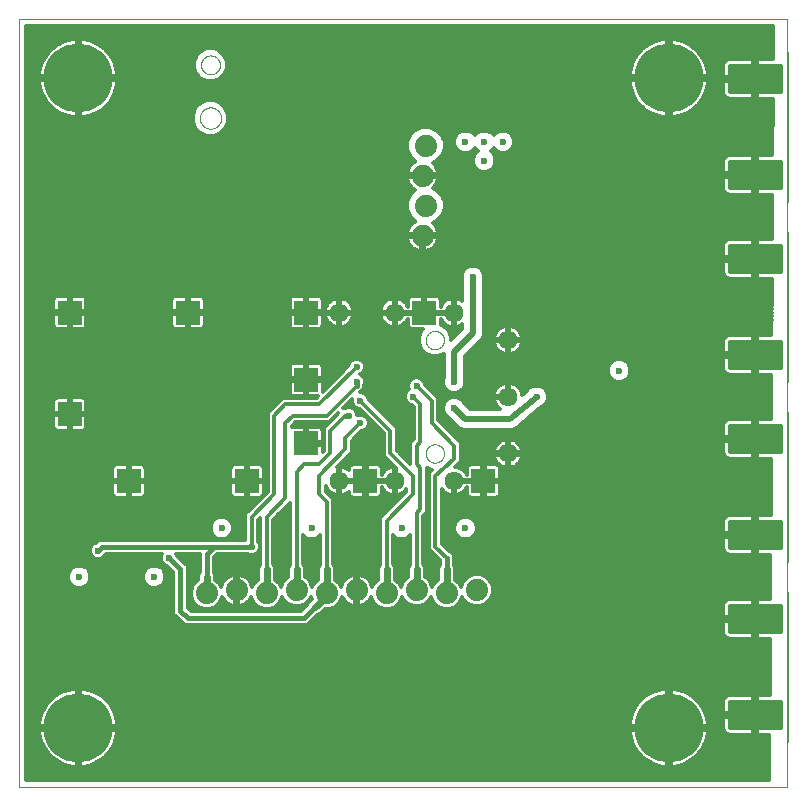
<source format=gbl>
From ad2df019cbf723b1d07ead72946830007506c741 Mon Sep 17 00:00:00 2001
From: Harald Welte <laforge@gnumonks.org>
Date: Tue, 21 Aug 2018 19:47:28 +0200
Subject: sfp-{breakout,experimenter}: Commit GERBER exports

---
 sfp-breakout/gerber/sfp-breakout/sfp-breakout.GBL | 5909 +++++++++++++++++++++
 1 file changed, 5909 insertions(+)
 create mode 100644 sfp-breakout/gerber/sfp-breakout/sfp-breakout.GBL

(limited to 'sfp-breakout/gerber/sfp-breakout/sfp-breakout.GBL')

diff --git a/sfp-breakout/gerber/sfp-breakout/sfp-breakout.GBL b/sfp-breakout/gerber/sfp-breakout/sfp-breakout.GBL
new file mode 100644
index 0000000..5ef186a
--- /dev/null
+++ b/sfp-breakout/gerber/sfp-breakout/sfp-breakout.GBL
@@ -0,0 +1,5909 @@
+G75*
+%MOIN*%
+%OFA0B0*%
+%FSLAX25Y25*%
+%IPPOS*%
+%LPD*%
+%AMOC8*
+5,1,8,0,0,1.08239X$1,22.5*
+%
+%ADD10C,0.00000*%
+%ADD11R,0.07874X0.07874*%
+%ADD12C,0.06358*%
+%ADD13C,0.23000*%
+%ADD14C,0.01600*%
+%ADD15C,0.07400*%
+%ADD16C,0.01181*%
+%ADD17C,0.02362*%
+%ADD18C,0.01969*%
+%ADD19C,0.01200*%
+%ADD20C,0.02400*%
+D10*
+X0027667Y0001650D02*
+X0027667Y0257555D01*
+X0283573Y0257555D01*
+X0283573Y0001650D01*
+X0027667Y0001650D01*
+X0163160Y0112752D02*
+X0163162Y0112862D01*
+X0163168Y0112972D01*
+X0163178Y0113082D01*
+X0163192Y0113191D01*
+X0163210Y0113300D01*
+X0163231Y0113408D01*
+X0163257Y0113515D01*
+X0163286Y0113621D01*
+X0163320Y0113726D01*
+X0163357Y0113830D01*
+X0163398Y0113932D01*
+X0163442Y0114033D01*
+X0163490Y0114132D01*
+X0163542Y0114230D01*
+X0163597Y0114325D01*
+X0163655Y0114418D01*
+X0163717Y0114509D01*
+X0163782Y0114598D01*
+X0163850Y0114685D01*
+X0163922Y0114769D01*
+X0163996Y0114850D01*
+X0164073Y0114929D01*
+X0164153Y0115005D01*
+X0164236Y0115077D01*
+X0164321Y0115147D01*
+X0164409Y0115214D01*
+X0164499Y0115277D01*
+X0164591Y0115337D01*
+X0164685Y0115394D01*
+X0164782Y0115448D01*
+X0164880Y0115497D01*
+X0164980Y0115544D01*
+X0165082Y0115586D01*
+X0165185Y0115625D01*
+X0165289Y0115660D01*
+X0165395Y0115692D01*
+X0165501Y0115719D01*
+X0165609Y0115743D01*
+X0165717Y0115763D01*
+X0165826Y0115779D01*
+X0165936Y0115791D01*
+X0166046Y0115799D01*
+X0166156Y0115803D01*
+X0166266Y0115803D01*
+X0166376Y0115799D01*
+X0166486Y0115791D01*
+X0166596Y0115779D01*
+X0166705Y0115763D01*
+X0166813Y0115743D01*
+X0166921Y0115719D01*
+X0167027Y0115692D01*
+X0167133Y0115660D01*
+X0167237Y0115625D01*
+X0167340Y0115586D01*
+X0167442Y0115544D01*
+X0167542Y0115497D01*
+X0167640Y0115448D01*
+X0167736Y0115394D01*
+X0167831Y0115337D01*
+X0167923Y0115277D01*
+X0168013Y0115214D01*
+X0168101Y0115147D01*
+X0168186Y0115077D01*
+X0168269Y0115005D01*
+X0168349Y0114929D01*
+X0168426Y0114850D01*
+X0168500Y0114769D01*
+X0168572Y0114685D01*
+X0168640Y0114598D01*
+X0168705Y0114509D01*
+X0168767Y0114418D01*
+X0168825Y0114325D01*
+X0168880Y0114230D01*
+X0168932Y0114132D01*
+X0168980Y0114033D01*
+X0169024Y0113932D01*
+X0169065Y0113830D01*
+X0169102Y0113726D01*
+X0169136Y0113621D01*
+X0169165Y0113515D01*
+X0169191Y0113408D01*
+X0169212Y0113300D01*
+X0169230Y0113191D01*
+X0169244Y0113082D01*
+X0169254Y0112972D01*
+X0169260Y0112862D01*
+X0169262Y0112752D01*
+X0169260Y0112642D01*
+X0169254Y0112532D01*
+X0169244Y0112422D01*
+X0169230Y0112313D01*
+X0169212Y0112204D01*
+X0169191Y0112096D01*
+X0169165Y0111989D01*
+X0169136Y0111883D01*
+X0169102Y0111778D01*
+X0169065Y0111674D01*
+X0169024Y0111572D01*
+X0168980Y0111471D01*
+X0168932Y0111372D01*
+X0168880Y0111274D01*
+X0168825Y0111179D01*
+X0168767Y0111086D01*
+X0168705Y0110995D01*
+X0168640Y0110906D01*
+X0168572Y0110819D01*
+X0168500Y0110735D01*
+X0168426Y0110654D01*
+X0168349Y0110575D01*
+X0168269Y0110499D01*
+X0168186Y0110427D01*
+X0168101Y0110357D01*
+X0168013Y0110290D01*
+X0167923Y0110227D01*
+X0167831Y0110167D01*
+X0167737Y0110110D01*
+X0167640Y0110056D01*
+X0167542Y0110007D01*
+X0167442Y0109960D01*
+X0167340Y0109918D01*
+X0167237Y0109879D01*
+X0167133Y0109844D01*
+X0167027Y0109812D01*
+X0166921Y0109785D01*
+X0166813Y0109761D01*
+X0166705Y0109741D01*
+X0166596Y0109725D01*
+X0166486Y0109713D01*
+X0166376Y0109705D01*
+X0166266Y0109701D01*
+X0166156Y0109701D01*
+X0166046Y0109705D01*
+X0165936Y0109713D01*
+X0165826Y0109725D01*
+X0165717Y0109741D01*
+X0165609Y0109761D01*
+X0165501Y0109785D01*
+X0165395Y0109812D01*
+X0165289Y0109844D01*
+X0165185Y0109879D01*
+X0165082Y0109918D01*
+X0164980Y0109960D01*
+X0164880Y0110007D01*
+X0164782Y0110056D01*
+X0164685Y0110110D01*
+X0164591Y0110167D01*
+X0164499Y0110227D01*
+X0164409Y0110290D01*
+X0164321Y0110357D01*
+X0164236Y0110427D01*
+X0164153Y0110499D01*
+X0164073Y0110575D01*
+X0163996Y0110654D01*
+X0163922Y0110735D01*
+X0163850Y0110819D01*
+X0163782Y0110906D01*
+X0163717Y0110995D01*
+X0163655Y0111086D01*
+X0163597Y0111179D01*
+X0163542Y0111274D01*
+X0163490Y0111372D01*
+X0163442Y0111471D01*
+X0163398Y0111572D01*
+X0163357Y0111674D01*
+X0163320Y0111778D01*
+X0163286Y0111883D01*
+X0163257Y0111989D01*
+X0163231Y0112096D01*
+X0163210Y0112204D01*
+X0163192Y0112313D01*
+X0163178Y0112422D01*
+X0163168Y0112532D01*
+X0163162Y0112642D01*
+X0163160Y0112752D01*
+X0163160Y0150547D02*
+X0163162Y0150657D01*
+X0163168Y0150767D01*
+X0163178Y0150877D01*
+X0163192Y0150986D01*
+X0163210Y0151095D01*
+X0163231Y0151203D01*
+X0163257Y0151310D01*
+X0163286Y0151416D01*
+X0163320Y0151521D01*
+X0163357Y0151625D01*
+X0163398Y0151727D01*
+X0163442Y0151828D01*
+X0163490Y0151927D01*
+X0163542Y0152025D01*
+X0163597Y0152120D01*
+X0163655Y0152213D01*
+X0163717Y0152304D01*
+X0163782Y0152393D01*
+X0163850Y0152480D01*
+X0163922Y0152564D01*
+X0163996Y0152645D01*
+X0164073Y0152724D01*
+X0164153Y0152800D01*
+X0164236Y0152872D01*
+X0164321Y0152942D01*
+X0164409Y0153009D01*
+X0164499Y0153072D01*
+X0164591Y0153132D01*
+X0164685Y0153189D01*
+X0164782Y0153243D01*
+X0164880Y0153292D01*
+X0164980Y0153339D01*
+X0165082Y0153381D01*
+X0165185Y0153420D01*
+X0165289Y0153455D01*
+X0165395Y0153487D01*
+X0165501Y0153514D01*
+X0165609Y0153538D01*
+X0165717Y0153558D01*
+X0165826Y0153574D01*
+X0165936Y0153586D01*
+X0166046Y0153594D01*
+X0166156Y0153598D01*
+X0166266Y0153598D01*
+X0166376Y0153594D01*
+X0166486Y0153586D01*
+X0166596Y0153574D01*
+X0166705Y0153558D01*
+X0166813Y0153538D01*
+X0166921Y0153514D01*
+X0167027Y0153487D01*
+X0167133Y0153455D01*
+X0167237Y0153420D01*
+X0167340Y0153381D01*
+X0167442Y0153339D01*
+X0167542Y0153292D01*
+X0167640Y0153243D01*
+X0167736Y0153189D01*
+X0167831Y0153132D01*
+X0167923Y0153072D01*
+X0168013Y0153009D01*
+X0168101Y0152942D01*
+X0168186Y0152872D01*
+X0168269Y0152800D01*
+X0168349Y0152724D01*
+X0168426Y0152645D01*
+X0168500Y0152564D01*
+X0168572Y0152480D01*
+X0168640Y0152393D01*
+X0168705Y0152304D01*
+X0168767Y0152213D01*
+X0168825Y0152120D01*
+X0168880Y0152025D01*
+X0168932Y0151927D01*
+X0168980Y0151828D01*
+X0169024Y0151727D01*
+X0169065Y0151625D01*
+X0169102Y0151521D01*
+X0169136Y0151416D01*
+X0169165Y0151310D01*
+X0169191Y0151203D01*
+X0169212Y0151095D01*
+X0169230Y0150986D01*
+X0169244Y0150877D01*
+X0169254Y0150767D01*
+X0169260Y0150657D01*
+X0169262Y0150547D01*
+X0169260Y0150437D01*
+X0169254Y0150327D01*
+X0169244Y0150217D01*
+X0169230Y0150108D01*
+X0169212Y0149999D01*
+X0169191Y0149891D01*
+X0169165Y0149784D01*
+X0169136Y0149678D01*
+X0169102Y0149573D01*
+X0169065Y0149469D01*
+X0169024Y0149367D01*
+X0168980Y0149266D01*
+X0168932Y0149167D01*
+X0168880Y0149069D01*
+X0168825Y0148974D01*
+X0168767Y0148881D01*
+X0168705Y0148790D01*
+X0168640Y0148701D01*
+X0168572Y0148614D01*
+X0168500Y0148530D01*
+X0168426Y0148449D01*
+X0168349Y0148370D01*
+X0168269Y0148294D01*
+X0168186Y0148222D01*
+X0168101Y0148152D01*
+X0168013Y0148085D01*
+X0167923Y0148022D01*
+X0167831Y0147962D01*
+X0167737Y0147905D01*
+X0167640Y0147851D01*
+X0167542Y0147802D01*
+X0167442Y0147755D01*
+X0167340Y0147713D01*
+X0167237Y0147674D01*
+X0167133Y0147639D01*
+X0167027Y0147607D01*
+X0166921Y0147580D01*
+X0166813Y0147556D01*
+X0166705Y0147536D01*
+X0166596Y0147520D01*
+X0166486Y0147508D01*
+X0166376Y0147500D01*
+X0166266Y0147496D01*
+X0166156Y0147496D01*
+X0166046Y0147500D01*
+X0165936Y0147508D01*
+X0165826Y0147520D01*
+X0165717Y0147536D01*
+X0165609Y0147556D01*
+X0165501Y0147580D01*
+X0165395Y0147607D01*
+X0165289Y0147639D01*
+X0165185Y0147674D01*
+X0165082Y0147713D01*
+X0164980Y0147755D01*
+X0164880Y0147802D01*
+X0164782Y0147851D01*
+X0164685Y0147905D01*
+X0164591Y0147962D01*
+X0164499Y0148022D01*
+X0164409Y0148085D01*
+X0164321Y0148152D01*
+X0164236Y0148222D01*
+X0164153Y0148294D01*
+X0164073Y0148370D01*
+X0163996Y0148449D01*
+X0163922Y0148530D01*
+X0163850Y0148614D01*
+X0163782Y0148701D01*
+X0163717Y0148790D01*
+X0163655Y0148881D01*
+X0163597Y0148974D01*
+X0163542Y0149069D01*
+X0163490Y0149167D01*
+X0163442Y0149266D01*
+X0163398Y0149367D01*
+X0163357Y0149469D01*
+X0163320Y0149573D01*
+X0163286Y0149678D01*
+X0163257Y0149784D01*
+X0163231Y0149891D01*
+X0163210Y0149999D01*
+X0163192Y0150108D01*
+X0163178Y0150217D01*
+X0163168Y0150327D01*
+X0163162Y0150437D01*
+X0163160Y0150547D01*
+X0087874Y0224563D02*
+X0087876Y0224681D01*
+X0087882Y0224800D01*
+X0087892Y0224918D01*
+X0087906Y0225035D01*
+X0087923Y0225152D01*
+X0087945Y0225269D01*
+X0087971Y0225384D01*
+X0088000Y0225499D01*
+X0088033Y0225613D01*
+X0088070Y0225725D01*
+X0088111Y0225836D01*
+X0088155Y0225946D01*
+X0088203Y0226054D01*
+X0088255Y0226161D01*
+X0088310Y0226266D01*
+X0088369Y0226369D01*
+X0088431Y0226469D01*
+X0088496Y0226568D01*
+X0088565Y0226665D01*
+X0088636Y0226759D01*
+X0088711Y0226850D01*
+X0088789Y0226940D01*
+X0088870Y0227026D01*
+X0088954Y0227110D01*
+X0089040Y0227191D01*
+X0089130Y0227269D01*
+X0089221Y0227344D01*
+X0089315Y0227415D01*
+X0089412Y0227484D01*
+X0089511Y0227549D01*
+X0089611Y0227611D01*
+X0089714Y0227670D01*
+X0089819Y0227725D01*
+X0089926Y0227777D01*
+X0090034Y0227825D01*
+X0090144Y0227869D01*
+X0090255Y0227910D01*
+X0090367Y0227947D01*
+X0090481Y0227980D01*
+X0090596Y0228009D01*
+X0090711Y0228035D01*
+X0090828Y0228057D01*
+X0090945Y0228074D01*
+X0091062Y0228088D01*
+X0091180Y0228098D01*
+X0091299Y0228104D01*
+X0091417Y0228106D01*
+X0091535Y0228104D01*
+X0091654Y0228098D01*
+X0091772Y0228088D01*
+X0091889Y0228074D01*
+X0092006Y0228057D01*
+X0092123Y0228035D01*
+X0092238Y0228009D01*
+X0092353Y0227980D01*
+X0092467Y0227947D01*
+X0092579Y0227910D01*
+X0092690Y0227869D01*
+X0092800Y0227825D01*
+X0092908Y0227777D01*
+X0093015Y0227725D01*
+X0093120Y0227670D01*
+X0093223Y0227611D01*
+X0093323Y0227549D01*
+X0093422Y0227484D01*
+X0093519Y0227415D01*
+X0093613Y0227344D01*
+X0093704Y0227269D01*
+X0093794Y0227191D01*
+X0093880Y0227110D01*
+X0093964Y0227026D01*
+X0094045Y0226940D01*
+X0094123Y0226850D01*
+X0094198Y0226759D01*
+X0094269Y0226665D01*
+X0094338Y0226568D01*
+X0094403Y0226469D01*
+X0094465Y0226369D01*
+X0094524Y0226266D01*
+X0094579Y0226161D01*
+X0094631Y0226054D01*
+X0094679Y0225946D01*
+X0094723Y0225836D01*
+X0094764Y0225725D01*
+X0094801Y0225613D01*
+X0094834Y0225499D01*
+X0094863Y0225384D01*
+X0094889Y0225269D01*
+X0094911Y0225152D01*
+X0094928Y0225035D01*
+X0094942Y0224918D01*
+X0094952Y0224800D01*
+X0094958Y0224681D01*
+X0094960Y0224563D01*
+X0094958Y0224445D01*
+X0094952Y0224326D01*
+X0094942Y0224208D01*
+X0094928Y0224091D01*
+X0094911Y0223974D01*
+X0094889Y0223857D01*
+X0094863Y0223742D01*
+X0094834Y0223627D01*
+X0094801Y0223513D01*
+X0094764Y0223401D01*
+X0094723Y0223290D01*
+X0094679Y0223180D01*
+X0094631Y0223072D01*
+X0094579Y0222965D01*
+X0094524Y0222860D01*
+X0094465Y0222757D01*
+X0094403Y0222657D01*
+X0094338Y0222558D01*
+X0094269Y0222461D01*
+X0094198Y0222367D01*
+X0094123Y0222276D01*
+X0094045Y0222186D01*
+X0093964Y0222100D01*
+X0093880Y0222016D01*
+X0093794Y0221935D01*
+X0093704Y0221857D01*
+X0093613Y0221782D01*
+X0093519Y0221711D01*
+X0093422Y0221642D01*
+X0093323Y0221577D01*
+X0093223Y0221515D01*
+X0093120Y0221456D01*
+X0093015Y0221401D01*
+X0092908Y0221349D01*
+X0092800Y0221301D01*
+X0092690Y0221257D01*
+X0092579Y0221216D01*
+X0092467Y0221179D01*
+X0092353Y0221146D01*
+X0092238Y0221117D01*
+X0092123Y0221091D01*
+X0092006Y0221069D01*
+X0091889Y0221052D01*
+X0091772Y0221038D01*
+X0091654Y0221028D01*
+X0091535Y0221022D01*
+X0091417Y0221020D01*
+X0091299Y0221022D01*
+X0091180Y0221028D01*
+X0091062Y0221038D01*
+X0090945Y0221052D01*
+X0090828Y0221069D01*
+X0090711Y0221091D01*
+X0090596Y0221117D01*
+X0090481Y0221146D01*
+X0090367Y0221179D01*
+X0090255Y0221216D01*
+X0090144Y0221257D01*
+X0090034Y0221301D01*
+X0089926Y0221349D01*
+X0089819Y0221401D01*
+X0089714Y0221456D01*
+X0089611Y0221515D01*
+X0089511Y0221577D01*
+X0089412Y0221642D01*
+X0089315Y0221711D01*
+X0089221Y0221782D01*
+X0089130Y0221857D01*
+X0089040Y0221935D01*
+X0088954Y0222016D01*
+X0088870Y0222100D01*
+X0088789Y0222186D01*
+X0088711Y0222276D01*
+X0088636Y0222367D01*
+X0088565Y0222461D01*
+X0088496Y0222558D01*
+X0088431Y0222657D01*
+X0088369Y0222757D01*
+X0088310Y0222860D01*
+X0088255Y0222965D01*
+X0088203Y0223072D01*
+X0088155Y0223180D01*
+X0088111Y0223290D01*
+X0088070Y0223401D01*
+X0088033Y0223513D01*
+X0088000Y0223627D01*
+X0087971Y0223742D01*
+X0087945Y0223857D01*
+X0087923Y0223974D01*
+X0087906Y0224091D01*
+X0087892Y0224208D01*
+X0087882Y0224326D01*
+X0087876Y0224445D01*
+X0087874Y0224563D01*
+X0088267Y0242280D02*
+X0088269Y0242392D01*
+X0088275Y0242503D01*
+X0088285Y0242615D01*
+X0088299Y0242726D01*
+X0088316Y0242836D01*
+X0088338Y0242946D01*
+X0088364Y0243055D01*
+X0088393Y0243163D01*
+X0088426Y0243269D01*
+X0088463Y0243375D01*
+X0088504Y0243479D01*
+X0088549Y0243582D01*
+X0088597Y0243683D01*
+X0088648Y0243782D01*
+X0088703Y0243879D01*
+X0088762Y0243974D01*
+X0088823Y0244068D01*
+X0088888Y0244159D01*
+X0088957Y0244247D01*
+X0089028Y0244333D01*
+X0089102Y0244417D01*
+X0089180Y0244497D01*
+X0089260Y0244575D01*
+X0089343Y0244651D01*
+X0089428Y0244723D01*
+X0089516Y0244792D01*
+X0089606Y0244858D01*
+X0089699Y0244920D01*
+X0089794Y0244980D01*
+X0089891Y0245036D01*
+X0089989Y0245088D01*
+X0090090Y0245137D01*
+X0090192Y0245182D01*
+X0090296Y0245224D01*
+X0090401Y0245262D01*
+X0090508Y0245296D01*
+X0090615Y0245326D01*
+X0090724Y0245353D01*
+X0090833Y0245375D01*
+X0090944Y0245394D01*
+X0091054Y0245409D01*
+X0091166Y0245420D01*
+X0091277Y0245427D01*
+X0091389Y0245430D01*
+X0091501Y0245429D01*
+X0091613Y0245424D01*
+X0091724Y0245415D01*
+X0091835Y0245402D01*
+X0091946Y0245385D01*
+X0092056Y0245365D01*
+X0092165Y0245340D01*
+X0092273Y0245312D01*
+X0092380Y0245279D01*
+X0092486Y0245243D01*
+X0092590Y0245203D01*
+X0092693Y0245160D01*
+X0092795Y0245113D01*
+X0092894Y0245062D01*
+X0092992Y0245008D01*
+X0093088Y0244950D01*
+X0093182Y0244889D01*
+X0093273Y0244825D01*
+X0093362Y0244758D01*
+X0093449Y0244687D01*
+X0093533Y0244613D01*
+X0093615Y0244537D01*
+X0093693Y0244457D01*
+X0093769Y0244375D01*
+X0093842Y0244290D01*
+X0093912Y0244203D01*
+X0093978Y0244113D01*
+X0094042Y0244021D01*
+X0094102Y0243927D01*
+X0094159Y0243831D01*
+X0094212Y0243732D01*
+X0094262Y0243632D01*
+X0094308Y0243531D01*
+X0094351Y0243427D01*
+X0094390Y0243322D01*
+X0094425Y0243216D01*
+X0094456Y0243109D01*
+X0094484Y0243000D01*
+X0094507Y0242891D01*
+X0094527Y0242781D01*
+X0094543Y0242670D01*
+X0094555Y0242559D01*
+X0094563Y0242448D01*
+X0094567Y0242336D01*
+X0094567Y0242224D01*
+X0094563Y0242112D01*
+X0094555Y0242001D01*
+X0094543Y0241890D01*
+X0094527Y0241779D01*
+X0094507Y0241669D01*
+X0094484Y0241560D01*
+X0094456Y0241451D01*
+X0094425Y0241344D01*
+X0094390Y0241238D01*
+X0094351Y0241133D01*
+X0094308Y0241029D01*
+X0094262Y0240928D01*
+X0094212Y0240828D01*
+X0094159Y0240729D01*
+X0094102Y0240633D01*
+X0094042Y0240539D01*
+X0093978Y0240447D01*
+X0093912Y0240357D01*
+X0093842Y0240270D01*
+X0093769Y0240185D01*
+X0093693Y0240103D01*
+X0093615Y0240023D01*
+X0093533Y0239947D01*
+X0093449Y0239873D01*
+X0093362Y0239802D01*
+X0093273Y0239735D01*
+X0093182Y0239671D01*
+X0093088Y0239610D01*
+X0092992Y0239552D01*
+X0092894Y0239498D01*
+X0092795Y0239447D01*
+X0092693Y0239400D01*
+X0092590Y0239357D01*
+X0092486Y0239317D01*
+X0092380Y0239281D01*
+X0092273Y0239248D01*
+X0092165Y0239220D01*
+X0092056Y0239195D01*
+X0091946Y0239175D01*
+X0091835Y0239158D01*
+X0091724Y0239145D01*
+X0091613Y0239136D01*
+X0091501Y0239131D01*
+X0091389Y0239130D01*
+X0091277Y0239133D01*
+X0091166Y0239140D01*
+X0091054Y0239151D01*
+X0090944Y0239166D01*
+X0090833Y0239185D01*
+X0090724Y0239207D01*
+X0090615Y0239234D01*
+X0090508Y0239264D01*
+X0090401Y0239298D01*
+X0090296Y0239336D01*
+X0090192Y0239378D01*
+X0090090Y0239423D01*
+X0089989Y0239472D01*
+X0089891Y0239524D01*
+X0089794Y0239580D01*
+X0089699Y0239640D01*
+X0089606Y0239702D01*
+X0089516Y0239768D01*
+X0089428Y0239837D01*
+X0089343Y0239909D01*
+X0089260Y0239985D01*
+X0089180Y0240063D01*
+X0089102Y0240143D01*
+X0089028Y0240227D01*
+X0088957Y0240313D01*
+X0088888Y0240401D01*
+X0088823Y0240492D01*
+X0088762Y0240586D01*
+X0088703Y0240681D01*
+X0088648Y0240778D01*
+X0088597Y0240877D01*
+X0088549Y0240978D01*
+X0088504Y0241081D01*
+X0088463Y0241185D01*
+X0088426Y0241291D01*
+X0088393Y0241397D01*
+X0088364Y0241505D01*
+X0088338Y0241614D01*
+X0088316Y0241724D01*
+X0088299Y0241834D01*
+X0088285Y0241945D01*
+X0088275Y0242057D01*
+X0088269Y0242168D01*
+X0088267Y0242280D01*
+X0283917Y0246650D02*
+X0283917Y0196650D01*
+X0283917Y0186650D02*
+X0283917Y0136650D01*
+X0283917Y0126650D02*
+X0283917Y0076650D01*
+X0283917Y0066650D02*
+X0283917Y0016650D01*
+D11*
+X0182352Y0103598D03*
+X0142982Y0103598D03*
+X0123297Y0116098D03*
+X0103612Y0103598D03*
+X0123297Y0137358D03*
+X0123297Y0159701D03*
+X0083927Y0159701D03*
+X0044557Y0159701D03*
+X0044557Y0125941D03*
+X0064242Y0103598D03*
+X0162667Y0159701D03*
+D12*
+X0152825Y0159701D03*
+X0134321Y0159701D03*
+X0172510Y0159701D03*
+X0190620Y0150547D03*
+X0190620Y0131650D03*
+X0190620Y0112752D03*
+X0172510Y0103598D03*
+X0152825Y0103598D03*
+X0134321Y0103598D03*
+D13*
+X0047352Y0021335D03*
+X0244203Y0021335D03*
+X0244203Y0237870D03*
+X0047352Y0237870D03*
+D14*
+X0140167Y0136650D02*
+X0140167Y0135400D01*
+X0137667Y0125400D02*
+X0136417Y0125400D01*
+X0105167Y0081650D02*
+X0092667Y0081650D01*
+X0090167Y0079150D01*
+X0090167Y0071650D01*
+X0081417Y0074150D02*
+X0081417Y0060400D01*
+X0083917Y0057900D01*
+X0122667Y0057900D01*
+X0126417Y0061650D01*
+X0130167Y0065400D02*
+X0130167Y0066150D01*
+X0092667Y0081650D02*
+X0055167Y0081650D01*
+X0053917Y0080400D01*
+X0077667Y0077900D02*
+X0081417Y0074150D01*
+X0170167Y0074150D02*
+X0170167Y0077900D01*
+X0264717Y0089850D02*
+X0281117Y0089850D01*
+X0281117Y0081450D01*
+X0264717Y0081450D01*
+X0264717Y0089850D01*
+X0264717Y0083049D02*
+X0281117Y0083049D01*
+X0281117Y0084648D02*
+X0264717Y0084648D01*
+X0264717Y0086247D02*
+X0281117Y0086247D01*
+X0281117Y0087846D02*
+X0264717Y0087846D01*
+X0264717Y0089445D02*
+X0281117Y0089445D01*
+X0281117Y0121850D02*
+X0264717Y0121850D01*
+X0281117Y0121850D02*
+X0281117Y0113450D01*
+X0264717Y0113450D01*
+X0264717Y0121850D01*
+X0264717Y0115049D02*
+X0281117Y0115049D01*
+X0281117Y0116648D02*
+X0264717Y0116648D01*
+X0264717Y0118247D02*
+X0281117Y0118247D01*
+X0281117Y0119846D02*
+X0264717Y0119846D01*
+X0264717Y0121445D02*
+X0281117Y0121445D01*
+X0281117Y0149850D02*
+X0264717Y0149850D01*
+X0281117Y0149850D02*
+X0281117Y0141450D01*
+X0264717Y0141450D01*
+X0264717Y0149850D01*
+X0264717Y0143049D02*
+X0281117Y0143049D01*
+X0281117Y0144648D02*
+X0264717Y0144648D01*
+X0264717Y0146247D02*
+X0281117Y0146247D01*
+X0281117Y0147846D02*
+X0264717Y0147846D01*
+X0264717Y0149445D02*
+X0281117Y0149445D01*
+X0281117Y0181850D02*
+X0264717Y0181850D01*
+X0281117Y0181850D02*
+X0281117Y0173450D01*
+X0264717Y0173450D01*
+X0264717Y0181850D01*
+X0264717Y0175049D02*
+X0281117Y0175049D01*
+X0281117Y0176648D02*
+X0264717Y0176648D01*
+X0264717Y0178247D02*
+X0281117Y0178247D01*
+X0281117Y0179846D02*
+X0264717Y0179846D01*
+X0264717Y0181445D02*
+X0281117Y0181445D01*
+X0281117Y0209850D02*
+X0264717Y0209850D01*
+X0281117Y0209850D02*
+X0281117Y0201450D01*
+X0264717Y0201450D01*
+X0264717Y0209850D01*
+X0264717Y0203049D02*
+X0281117Y0203049D01*
+X0281117Y0204648D02*
+X0264717Y0204648D01*
+X0264717Y0206247D02*
+X0281117Y0206247D01*
+X0281117Y0207846D02*
+X0264717Y0207846D01*
+X0264717Y0209445D02*
+X0281117Y0209445D01*
+X0281117Y0241850D02*
+X0264717Y0241850D01*
+X0281117Y0241850D02*
+X0281117Y0233450D01*
+X0264717Y0233450D01*
+X0264717Y0241850D01*
+X0264717Y0235049D02*
+X0281117Y0235049D01*
+X0281117Y0236648D02*
+X0264717Y0236648D01*
+X0264717Y0238247D02*
+X0281117Y0238247D01*
+X0281117Y0239846D02*
+X0264717Y0239846D01*
+X0264717Y0241445D02*
+X0281117Y0241445D01*
+X0281117Y0061850D02*
+X0264717Y0061850D01*
+X0281117Y0061850D02*
+X0281117Y0053450D01*
+X0264717Y0053450D01*
+X0264717Y0061850D01*
+X0264717Y0055049D02*
+X0281117Y0055049D01*
+X0281117Y0056648D02*
+X0264717Y0056648D01*
+X0264717Y0058247D02*
+X0281117Y0058247D01*
+X0281117Y0059846D02*
+X0264717Y0059846D01*
+X0264717Y0061445D02*
+X0281117Y0061445D01*
+X0281117Y0029850D02*
+X0264717Y0029850D01*
+X0281117Y0029850D02*
+X0281117Y0021450D01*
+X0264717Y0021450D01*
+X0264717Y0029850D01*
+X0264717Y0023049D02*
+X0281117Y0023049D01*
+X0281117Y0024648D02*
+X0264717Y0024648D01*
+X0264717Y0026247D02*
+X0281117Y0026247D01*
+X0281117Y0027846D02*
+X0264717Y0027846D01*
+X0264717Y0029445D02*
+X0281117Y0029445D01*
+D15*
+X0180167Y0067150D03*
+X0170167Y0066150D03*
+X0160167Y0067150D03*
+X0150167Y0066150D03*
+X0140167Y0067150D03*
+X0130167Y0066150D03*
+X0120167Y0067150D03*
+X0110167Y0066150D03*
+X0100167Y0067150D03*
+X0090167Y0066150D03*
+X0162167Y0185400D03*
+X0163167Y0195400D03*
+X0162167Y0205400D03*
+X0163167Y0215400D03*
+D16*
+X0158094Y0211621D02*
+X0030030Y0211621D01*
+X0030030Y0212800D02*
+X0157469Y0212800D01*
+X0157861Y0211854D02*
+X0159622Y0210093D01*
+X0159679Y0210070D01*
+X0159394Y0209924D01*
+X0158721Y0209435D01*
+X0158132Y0208846D01*
+X0157642Y0208172D01*
+X0157264Y0207430D01*
+X0157007Y0206638D01*
+X0156877Y0205816D01*
+X0156877Y0205809D01*
+X0161758Y0205809D01*
+X0161758Y0204990D01*
+X0156877Y0204990D01*
+X0156877Y0204983D01*
+X0157007Y0204161D01*
+X0157264Y0203369D01*
+X0157642Y0202627D01*
+X0158132Y0201953D01*
+X0158721Y0201364D01*
+X0159394Y0200875D01*
+X0159679Y0200730D01*
+X0159622Y0200706D01*
+X0157861Y0198945D01*
+X0156908Y0196645D01*
+X0156908Y0194155D01*
+X0157861Y0191854D01*
+X0159622Y0190093D01*
+X0159679Y0190070D01*
+X0159394Y0189924D01*
+X0158721Y0189435D01*
+X0158132Y0188846D01*
+X0157642Y0188172D01*
+X0157264Y0187430D01*
+X0157007Y0186638D01*
+X0156877Y0185816D01*
+X0156877Y0185809D01*
+X0161758Y0185809D01*
+X0161758Y0184990D01*
+X0162577Y0184990D01*
+X0162577Y0185809D01*
+X0167458Y0185809D01*
+X0167458Y0185816D01*
+X0167328Y0186638D01*
+X0167070Y0187430D01*
+X0166692Y0188172D01*
+X0166203Y0188846D01*
+X0165614Y0189435D01*
+X0165436Y0189564D01*
+X0166713Y0190093D01*
+X0168473Y0191854D01*
+X0169426Y0194155D01*
+X0169426Y0196645D01*
+X0168473Y0198945D01*
+X0166713Y0200706D01*
+X0165436Y0201235D01*
+X0165614Y0201364D01*
+X0166203Y0201953D01*
+X0166692Y0202627D01*
+X0167070Y0203369D01*
+X0167328Y0204161D01*
+X0167458Y0204983D01*
+X0167458Y0204990D01*
+X0162577Y0204990D01*
+X0162577Y0205809D01*
+X0167458Y0205809D01*
+X0167458Y0205816D01*
+X0167328Y0206638D01*
+X0167070Y0207430D01*
+X0166692Y0208172D01*
+X0166203Y0208846D01*
+X0165614Y0209435D01*
+X0165436Y0209564D01*
+X0166713Y0210093D01*
+X0168473Y0211854D01*
+X0169426Y0214155D01*
+X0169426Y0216645D01*
+X0168473Y0218945D01*
+X0166713Y0220706D01*
+X0164412Y0221659D01*
+X0161922Y0221659D01*
+X0159622Y0220706D01*
+X0157861Y0218945D01*
+X0156908Y0216645D01*
+X0156908Y0214155D01*
+X0157861Y0211854D01*
+X0159274Y0210441D02*
+X0030030Y0210441D01*
+X0030030Y0209262D02*
+X0158547Y0209262D01*
+X0157596Y0208082D02*
+X0030030Y0208082D01*
+X0030030Y0206902D02*
+X0157093Y0206902D01*
+X0156946Y0204543D02*
+X0030030Y0204543D01*
+X0030030Y0203364D02*
+X0157267Y0203364D01*
+X0157964Y0202184D02*
+X0030030Y0202184D01*
+X0030030Y0201004D02*
+X0159216Y0201004D01*
+X0158741Y0199825D02*
+X0030030Y0199825D01*
+X0030030Y0198645D02*
+X0157737Y0198645D01*
+X0157248Y0197465D02*
+X0030030Y0197465D01*
+X0030030Y0196286D02*
+X0156908Y0196286D01*
+X0156908Y0195106D02*
+X0030030Y0195106D01*
+X0030030Y0193927D02*
+X0157003Y0193927D01*
+X0157491Y0192747D02*
+X0030030Y0192747D01*
+X0030030Y0191567D02*
+X0158148Y0191567D01*
+X0159327Y0190388D02*
+X0030030Y0190388D01*
+X0030030Y0189208D02*
+X0158494Y0189208D01*
+X0157569Y0188029D02*
+X0030030Y0188029D01*
+X0030030Y0186849D02*
+X0157075Y0186849D01*
+X0156877Y0184990D02*
+X0156877Y0184983D01*
+X0157007Y0184161D01*
+X0157264Y0183369D01*
+X0157642Y0182627D01*
+X0158132Y0181953D01*
+X0158721Y0181364D01*
+X0159394Y0180875D01*
+X0160136Y0180497D01*
+X0160928Y0180239D01*
+X0161751Y0180109D01*
+X0161758Y0180109D01*
+X0161758Y0184990D01*
+X0156877Y0184990D01*
+X0156955Y0184490D02*
+X0030030Y0184490D01*
+X0030030Y0185669D02*
+X0161758Y0185669D01*
+X0162577Y0185669D02*
+X0278568Y0185669D01*
+X0278563Y0184490D02*
+X0167380Y0184490D01*
+X0167328Y0184161D02*
+X0167458Y0184983D01*
+X0167458Y0184990D01*
+X0162577Y0184990D01*
+X0162577Y0180109D01*
+X0162584Y0180109D01*
+X0163406Y0180239D01*
+X0164198Y0180497D01*
+X0164940Y0180875D01*
+X0165614Y0181364D01*
+X0166203Y0181953D01*
+X0166692Y0182627D01*
+X0167070Y0183369D01*
+X0167328Y0184161D01*
+X0167040Y0183310D02*
+X0262818Y0183310D01*
+X0262860Y0183373D02*
+X0262599Y0182982D01*
+X0262419Y0182547D01*
+X0262327Y0182085D01*
+X0262327Y0178240D01*
+X0272327Y0178240D01*
+X0272327Y0184240D01*
+X0264482Y0184240D01*
+X0264020Y0184148D01*
+X0263585Y0183968D01*
+X0263193Y0183706D01*
+X0262860Y0183373D01*
+X0262336Y0182130D02*
+X0166332Y0182130D01*
+X0165045Y0180951D02*
+X0262327Y0180951D01*
+X0262327Y0179771D02*
+X0030030Y0179771D01*
+X0030030Y0178592D02*
+X0262327Y0178592D01*
+X0262327Y0177059D02*
+X0262327Y0173214D01*
+X0262419Y0172752D01*
+X0262599Y0172317D01*
+X0262860Y0171926D01*
+X0263193Y0171593D01*
+X0263585Y0171331D01*
+X0264020Y0171151D01*
+X0264482Y0171059D01*
+X0272327Y0171059D01*
+X0272327Y0177059D01*
+X0273508Y0177059D01*
+X0273508Y0171059D01*
+X0278497Y0171059D01*
+X0278405Y0152240D01*
+X0273508Y0152240D01*
+X0273508Y0146240D01*
+X0272327Y0146240D01*
+X0272327Y0152240D01*
+X0264482Y0152240D01*
+X0264020Y0152148D01*
+X0263585Y0151968D01*
+X0263193Y0151706D01*
+X0262860Y0151373D01*
+X0262599Y0150982D01*
+X0262419Y0150547D01*
+X0262327Y0150085D01*
+X0262327Y0146240D01*
+X0272327Y0146240D01*
+X0272327Y0145059D01*
+X0273508Y0145059D01*
+X0273508Y0139059D01*
+X0278340Y0139059D01*
+X0278268Y0124240D01*
+X0273508Y0124240D01*
+X0273508Y0118240D01*
+X0272327Y0118240D01*
+X0272327Y0124240D01*
+X0264482Y0124240D01*
+X0264020Y0124148D01*
+X0263585Y0123968D01*
+X0263193Y0123706D01*
+X0262860Y0123373D01*
+X0262599Y0122982D01*
+X0262419Y0122547D01*
+X0262327Y0122085D01*
+X0262327Y0118240D01*
+X0272327Y0118240D01*
+X0272327Y0117059D01*
+X0273508Y0117059D01*
+X0273508Y0111059D01*
+X0278203Y0111059D01*
+X0278111Y0092240D01*
+X0273508Y0092240D01*
+X0273508Y0086240D01*
+X0272327Y0086240D01*
+X0272327Y0092240D01*
+X0264482Y0092240D01*
+X0264020Y0092148D01*
+X0263585Y0091968D01*
+X0263193Y0091706D01*
+X0262860Y0091373D01*
+X0262599Y0090982D01*
+X0262419Y0090547D01*
+X0262327Y0090085D01*
+X0262327Y0086240D01*
+X0272327Y0086240D01*
+X0272327Y0085059D01*
+X0273508Y0085059D01*
+X0273508Y0079059D01*
+X0278046Y0079059D01*
+X0277974Y0064240D01*
+X0273508Y0064240D01*
+X0273508Y0058240D01*
+X0272327Y0058240D01*
+X0272327Y0064240D01*
+X0264482Y0064240D01*
+X0264020Y0064148D01*
+X0263585Y0063968D01*
+X0263193Y0063706D01*
+X0262860Y0063373D01*
+X0262599Y0062982D01*
+X0262419Y0062547D01*
+X0262327Y0062085D01*
+X0262327Y0058240D01*
+X0272327Y0058240D01*
+X0272327Y0057059D01*
+X0273508Y0057059D01*
+X0273508Y0051059D01*
+X0277909Y0051059D01*
+X0277817Y0032240D01*
+X0273508Y0032240D01*
+X0273508Y0026240D01*
+X0272327Y0026240D01*
+X0272327Y0032240D01*
+X0264482Y0032240D01*
+X0264020Y0032148D01*
+X0263585Y0031968D01*
+X0263193Y0031706D01*
+X0262860Y0031373D01*
+X0262599Y0030982D01*
+X0262419Y0030547D01*
+X0262327Y0030085D01*
+X0262327Y0026240D01*
+X0272327Y0026240D01*
+X0272327Y0025059D01*
+X0273508Y0025059D01*
+X0273508Y0019059D01*
+X0277753Y0019059D01*
+X0277679Y0004012D01*
+X0030030Y0004012D01*
+X0030030Y0255193D01*
+X0278909Y0255193D01*
+X0278855Y0244240D01*
+X0273508Y0244240D01*
+X0273508Y0238240D01*
+X0272327Y0238240D01*
+X0272327Y0244240D01*
+X0264482Y0244240D01*
+X0264020Y0244148D01*
+X0263585Y0243968D01*
+X0263193Y0243706D01*
+X0262860Y0243373D01*
+X0262599Y0242982D01*
+X0262419Y0242547D01*
+X0262327Y0242085D01*
+X0262327Y0238240D01*
+X0272327Y0238240D01*
+X0272327Y0237059D01*
+X0273508Y0237059D01*
+X0273508Y0231059D01*
+X0278790Y0231059D01*
+X0278698Y0212240D01*
+X0273508Y0212240D01*
+X0273508Y0206240D01*
+X0272327Y0206240D01*
+X0272327Y0212240D01*
+X0264482Y0212240D01*
+X0264020Y0212148D01*
+X0263585Y0211968D01*
+X0263193Y0211706D01*
+X0262860Y0211373D01*
+X0262599Y0210982D01*
+X0262419Y0210547D01*
+X0262327Y0210085D01*
+X0262327Y0206240D01*
+X0272327Y0206240D01*
+X0272327Y0205059D01*
+X0273508Y0205059D01*
+X0273508Y0199059D01*
+X0278634Y0199059D01*
+X0278561Y0184240D01*
+X0273508Y0184240D01*
+X0273508Y0178240D01*
+X0272327Y0178240D01*
+X0272327Y0177059D01*
+X0262327Y0177059D01*
+X0262327Y0176232D02*
+X0030030Y0176232D01*
+X0030030Y0175053D02*
+X0177360Y0175053D01*
+X0176799Y0174820D02*
+X0178173Y0175390D01*
+X0179661Y0175390D01*
+X0181036Y0174820D01*
+X0182088Y0173768D01*
+X0182657Y0172394D01*
+X0182657Y0170906D01*
+X0182461Y0170430D01*
+X0182461Y0152195D01*
+X0181921Y0150892D01*
+X0180924Y0149896D01*
+X0176211Y0145182D01*
+X0176211Y0137869D01*
+X0176407Y0137394D01*
+X0176407Y0135906D01*
+X0175838Y0134531D01*
+X0174786Y0133479D01*
+X0173411Y0132909D01*
+X0171923Y0132909D01*
+X0170549Y0133479D01*
+X0169497Y0134531D01*
+X0168927Y0135906D01*
+X0168927Y0137394D01*
+X0169124Y0137869D01*
+X0169124Y0145895D01*
+X0167287Y0145134D01*
+X0165134Y0145134D01*
+X0163144Y0145958D01*
+X0161621Y0147481D01*
+X0160797Y0149470D01*
+X0160797Y0151624D01*
+X0161621Y0153614D01*
+X0162181Y0154173D01*
+X0158521Y0154173D01*
+X0158116Y0154282D01*
+X0157754Y0154491D01*
+X0157458Y0154787D01*
+X0157248Y0155150D01*
+X0157140Y0155554D01*
+X0157140Y0157663D01*
+X0156904Y0157201D01*
+X0156463Y0156594D01*
+X0155932Y0156063D01*
+X0155325Y0155621D01*
+X0154656Y0155281D01*
+X0153942Y0155049D01*
+X0153200Y0154931D01*
+X0153169Y0154931D01*
+X0153169Y0159356D01*
+X0152480Y0159356D01*
+X0152480Y0154931D01*
+X0152449Y0154931D01*
+X0151708Y0155049D01*
+X0150994Y0155281D01*
+X0150325Y0155621D01*
+X0149718Y0156063D01*
+X0149187Y0156594D01*
+X0148745Y0157201D01*
+X0148405Y0157870D01*
+X0148173Y0158584D01*
+X0148055Y0159325D01*
+X0148055Y0159356D01*
+X0152480Y0159356D01*
+X0152480Y0160045D01*
+X0148055Y0160045D01*
+X0148055Y0160076D01*
+X0148173Y0160818D01*
+X0148405Y0161532D01*
+X0148745Y0162201D01*
+X0149187Y0162808D01*
+X0149718Y0163339D01*
+X0150325Y0163780D01*
+X0150994Y0164121D01*
+X0151708Y0164353D01*
+X0152449Y0164470D01*
+X0152480Y0164470D01*
+X0152480Y0160045D01*
+X0153169Y0160045D01*
+X0153169Y0164470D01*
+X0153200Y0164470D01*
+X0153942Y0164353D01*
+X0154656Y0164121D01*
+X0155325Y0163780D01*
+X0155932Y0163339D01*
+X0156463Y0162808D01*
+X0156904Y0162201D01*
+X0157140Y0161738D01*
+X0157140Y0163847D01*
+X0157248Y0164252D01*
+X0157458Y0164614D01*
+X0157754Y0164911D01*
+X0158116Y0165120D01*
+X0158521Y0165228D01*
+X0162323Y0165228D01*
+X0162323Y0160045D01*
+X0162323Y0159356D01*
+X0153169Y0159356D01*
+X0153169Y0160045D01*
+X0157594Y0160045D01*
+X0162323Y0160045D01*
+X0163012Y0160045D01*
+X0172165Y0160045D01*
+X0172165Y0159356D01*
+X0167740Y0159356D01*
+X0163012Y0159356D01*
+X0163012Y0160045D01*
+X0163012Y0165228D01*
+X0166814Y0165228D01*
+X0167218Y0165120D01*
+X0167581Y0164911D01*
+X0167877Y0164614D01*
+X0168086Y0164252D01*
+X0168195Y0163847D01*
+X0168195Y0161738D01*
+X0168430Y0162201D01*
+X0168872Y0162808D01*
+X0169403Y0163339D01*
+X0170010Y0163780D01*
+X0170679Y0164121D01*
+X0171393Y0164353D01*
+X0172134Y0164470D01*
+X0172165Y0164470D01*
+X0172165Y0160045D01*
+X0172854Y0160045D01*
+X0172854Y0164470D01*
+X0172885Y0164470D01*
+X0173627Y0164353D01*
+X0174341Y0164121D01*
+X0175010Y0163780D01*
+X0175374Y0163515D01*
+X0175374Y0170430D01*
+X0175177Y0170906D01*
+X0175177Y0172394D01*
+X0175747Y0173768D01*
+X0176799Y0174820D01*
+X0175852Y0173873D02*
+X0030030Y0173873D01*
+X0030030Y0172694D02*
+X0175301Y0172694D01*
+X0175177Y0171514D02*
+X0030030Y0171514D01*
+X0030030Y0170334D02*
+X0175374Y0170334D01*
+X0175374Y0169155D02*
+X0030030Y0169155D01*
+X0030030Y0167975D02*
+X0175374Y0167975D01*
+X0175374Y0166796D02*
+X0030030Y0166796D01*
+X0030030Y0165616D02*
+X0175374Y0165616D01*
+X0175374Y0164436D02*
+X0173101Y0164436D01*
+X0172854Y0164436D02*
+X0172165Y0164436D01*
+X0171919Y0164436D02*
+X0167980Y0164436D01*
+X0168195Y0163257D02*
+X0169320Y0163257D01*
+X0168367Y0162077D02*
+X0168195Y0162077D01*
+X0172165Y0162077D02*
+X0172854Y0162077D01*
+X0172854Y0160897D02*
+X0172165Y0160897D01*
+X0172165Y0159718D02*
+X0163012Y0159718D01*
+X0162323Y0159718D02*
+X0153169Y0159718D01*
+X0152480Y0159718D02*
+X0134665Y0159718D01*
+X0134665Y0160045D02*
+X0134665Y0159356D01*
+X0134665Y0154931D01*
+X0134696Y0154931D01*
+X0135438Y0155049D01*
+X0136152Y0155281D01*
+X0136821Y0155621D01*
+X0137428Y0156063D01*
+X0137959Y0156594D01*
+X0138400Y0157201D01*
+X0138741Y0157870D01*
+X0138973Y0158584D01*
+X0139091Y0159325D01*
+X0139091Y0159356D01*
+X0134665Y0159356D01*
+X0133976Y0159356D01*
+X0129551Y0159356D01*
+X0129551Y0159325D01*
+X0129669Y0158584D01*
+X0129901Y0157870D01*
+X0130241Y0157201D01*
+X0130683Y0156594D01*
+X0131214Y0156063D01*
+X0131821Y0155621D01*
+X0132490Y0155281D01*
+X0133204Y0155049D01*
+X0133945Y0154931D01*
+X0133976Y0154931D01*
+X0133976Y0159356D01*
+X0133976Y0160045D01*
+X0129551Y0160045D01*
+X0129551Y0160076D01*
+X0129669Y0160818D01*
+X0129901Y0161532D01*
+X0130241Y0162201D01*
+X0130683Y0162808D01*
+X0131214Y0163339D01*
+X0131821Y0163780D01*
+X0132490Y0164121D01*
+X0133204Y0164353D01*
+X0133945Y0164470D01*
+X0133976Y0164470D01*
+X0133976Y0160045D01*
+X0134665Y0160045D01*
+X0134665Y0164470D01*
+X0134696Y0164470D01*
+X0135438Y0164353D01*
+X0136152Y0164121D01*
+X0136821Y0163780D01*
+X0137428Y0163339D01*
+X0137959Y0162808D01*
+X0138400Y0162201D01*
+X0138741Y0161532D01*
+X0138973Y0160818D01*
+X0139091Y0160076D01*
+X0139091Y0160045D01*
+X0134665Y0160045D01*
+X0133976Y0159718D02*
+X0123740Y0159718D01*
+X0123740Y0160144D02*
+X0123740Y0159258D01*
+X0123740Y0154173D01*
+X0127444Y0154173D01*
+X0127848Y0154282D01*
+X0128211Y0154491D01*
+X0128507Y0154787D01*
+X0128716Y0155150D01*
+X0128825Y0155554D01*
+X0128825Y0159258D01*
+X0123740Y0159258D01*
+X0122854Y0159258D01*
+X0117770Y0159258D01*
+X0117770Y0155554D01*
+X0117878Y0155150D01*
+X0118087Y0154787D01*
+X0118384Y0154491D01*
+X0118746Y0154282D01*
+X0119151Y0154173D01*
+X0122854Y0154173D01*
+X0122854Y0159258D01*
+X0122854Y0160144D01*
+X0122854Y0165228D01*
+X0119151Y0165228D01*
+X0118746Y0165120D01*
+X0118384Y0164911D01*
+X0118087Y0164614D01*
+X0117878Y0164252D01*
+X0117770Y0163847D01*
+X0117770Y0160144D01*
+X0122854Y0160144D01*
+X0123740Y0160144D01*
+X0123740Y0165228D01*
+X0127444Y0165228D01*
+X0127848Y0165120D01*
+X0128211Y0164911D01*
+X0128507Y0164614D01*
+X0128716Y0164252D01*
+X0128825Y0163847D01*
+X0128825Y0160144D01*
+X0123740Y0160144D01*
+X0123740Y0160897D02*
+X0122854Y0160897D01*
+X0122854Y0159718D02*
+X0084370Y0159718D01*
+X0084370Y0160144D02*
+X0084370Y0159258D01*
+X0089455Y0159258D01*
+X0089455Y0155554D01*
+X0089346Y0155150D01*
+X0089137Y0154787D01*
+X0088841Y0154491D01*
+X0088478Y0154282D01*
+X0088074Y0154173D01*
+X0084370Y0154173D01*
+X0084370Y0159258D01*
+X0083484Y0159258D01*
+X0078400Y0159258D01*
+X0078400Y0155554D01*
+X0078508Y0155150D01*
+X0078717Y0154787D01*
+X0079014Y0154491D01*
+X0079376Y0154282D01*
+X0079781Y0154173D01*
+X0083484Y0154173D01*
+X0083484Y0159258D01*
+X0083484Y0160144D01*
+X0083484Y0165228D01*
+X0079781Y0165228D01*
+X0079376Y0165120D01*
+X0079014Y0164911D01*
+X0078717Y0164614D01*
+X0078508Y0164252D01*
+X0078400Y0163847D01*
+X0078400Y0160144D01*
+X0083484Y0160144D01*
+X0084370Y0160144D01*
+X0084370Y0165228D01*
+X0088074Y0165228D01*
+X0088478Y0165120D01*
+X0088841Y0164911D01*
+X0089137Y0164614D01*
+X0089346Y0164252D01*
+X0089455Y0163847D01*
+X0089455Y0160144D01*
+X0084370Y0160144D01*
+X0084370Y0160897D02*
+X0083484Y0160897D01*
+X0083484Y0159718D02*
+X0045000Y0159718D01*
+X0045000Y0160144D02*
+X0045000Y0159258D01*
+X0050085Y0159258D01*
+X0050085Y0155554D01*
+X0049976Y0155150D01*
+X0049767Y0154787D01*
+X0049471Y0154491D01*
+X0049108Y0154282D01*
+X0048703Y0154173D01*
+X0045000Y0154173D01*
+X0045000Y0159258D01*
+X0044114Y0159258D01*
+X0039030Y0159258D01*
+X0039030Y0155554D01*
+X0039138Y0155150D01*
+X0039347Y0154787D01*
+X0039643Y0154491D01*
+X0040006Y0154282D01*
+X0040411Y0154173D01*
+X0044114Y0154173D01*
+X0044114Y0159258D01*
+X0044114Y0160144D01*
+X0044114Y0165228D01*
+X0040411Y0165228D01*
+X0040006Y0165120D01*
+X0039643Y0164911D01*
+X0039347Y0164614D01*
+X0039138Y0164252D01*
+X0039030Y0163847D01*
+X0039030Y0160144D01*
+X0044114Y0160144D01*
+X0045000Y0160144D01*
+X0045000Y0165228D01*
+X0048703Y0165228D01*
+X0049108Y0165120D01*
+X0049471Y0164911D01*
+X0049767Y0164614D01*
+X0049976Y0164252D01*
+X0050085Y0163847D01*
+X0050085Y0160144D01*
+X0045000Y0160144D01*
+X0045000Y0160897D02*
+X0044114Y0160897D01*
+X0044114Y0159718D02*
+X0030030Y0159718D01*
+X0030030Y0160897D02*
+X0039030Y0160897D01*
+X0039030Y0162077D02*
+X0030030Y0162077D01*
+X0030030Y0163257D02*
+X0039030Y0163257D01*
+X0039244Y0164436D02*
+X0030030Y0164436D01*
+X0030030Y0158538D02*
+X0039030Y0158538D01*
+X0039030Y0157359D02*
+X0030030Y0157359D01*
+X0030030Y0156179D02*
+X0039030Y0156179D01*
+X0039225Y0154999D02*
+X0030030Y0154999D01*
+X0030030Y0153820D02*
+X0161827Y0153820D01*
+X0161218Y0152640D02*
+X0030030Y0152640D01*
+X0030030Y0151461D02*
+X0160797Y0151461D01*
+X0160797Y0150281D02*
+X0030030Y0150281D01*
+X0030030Y0149101D02*
+X0160950Y0149101D01*
+X0161439Y0147922D02*
+X0030030Y0147922D01*
+X0030030Y0146742D02*
+X0162360Y0146742D01*
+X0164099Y0145562D02*
+X0030030Y0145562D01*
+X0030030Y0144383D02*
+X0139564Y0144383D01*
+X0139619Y0144405D02*
+X0138606Y0143986D01*
+X0137831Y0143211D01*
+X0137411Y0142198D01*
+X0137411Y0141969D01*
+X0128825Y0133383D01*
+X0128825Y0136915D01*
+X0123740Y0136915D01*
+X0123740Y0131831D01*
+X0127273Y0131831D01*
+X0126766Y0131324D01*
+X0115516Y0131324D01*
+X0114243Y0130050D01*
+X0111766Y0127574D01*
+X0110493Y0126300D01*
+X0110493Y0100050D01*
+X0102993Y0092550D01*
+X0102993Y0084024D01*
+X0054184Y0084024D01*
+X0053276Y0083117D01*
+X0052356Y0082736D01*
+X0051581Y0081961D01*
+X0051161Y0080948D01*
+X0051161Y0079851D01*
+X0051581Y0078839D01*
+X0052356Y0078063D01*
+X0053369Y0077644D01*
+X0054466Y0077644D01*
+X0055478Y0078063D01*
+X0056254Y0078839D01*
+X0056434Y0079275D01*
+X0075254Y0079275D01*
+X0074911Y0078448D01*
+X0074911Y0077351D01*
+X0075331Y0076339D01*
+X0076106Y0075563D01*
+X0077026Y0075182D01*
+X0079043Y0073166D01*
+X0079043Y0059416D01*
+X0081543Y0056916D01*
+X0082934Y0055525D01*
+X0123651Y0055525D01*
+X0127023Y0058897D01*
+X0127989Y0059297D01*
+X0129567Y0060875D01*
+X0131217Y0060875D01*
+X0133155Y0061678D01*
+X0134639Y0063162D01*
+X0135367Y0064918D01*
+X0135642Y0064377D01*
+X0136132Y0063703D01*
+X0136721Y0063114D01*
+X0137394Y0062625D01*
+X0138136Y0062247D01*
+X0138928Y0061989D01*
+X0139751Y0061859D01*
+X0139758Y0061859D01*
+X0139758Y0066740D01*
+X0140577Y0066740D01*
+X0140577Y0061859D01*
+X0140584Y0061859D01*
+X0141406Y0061989D01*
+X0142198Y0062247D01*
+X0142940Y0062625D01*
+X0143614Y0063114D01*
+X0144203Y0063703D01*
+X0144692Y0064377D01*
+X0144968Y0064918D01*
+X0145696Y0063162D01*
+X0147179Y0061678D01*
+X0149118Y0060875D01*
+X0151217Y0060875D01*
+X0153155Y0061678D01*
+X0154639Y0063162D01*
+X0155374Y0064937D01*
+X0155696Y0064162D01*
+X0157179Y0062678D01*
+X0159118Y0061875D01*
+X0161217Y0061875D01*
+X0163155Y0062678D01*
+X0164639Y0064162D01*
+X0164960Y0064937D01*
+X0165696Y0063162D01*
+X0167179Y0061678D01*
+X0169118Y0060875D01*
+X0171217Y0060875D01*
+X0173155Y0061678D01*
+X0174639Y0063162D01*
+X0175374Y0064937D01*
+X0175696Y0064162D01*
+X0177179Y0062678D01*
+X0179118Y0061875D01*
+X0181217Y0061875D01*
+X0183155Y0062678D01*
+X0184639Y0064162D01*
+X0185442Y0066100D01*
+X0185442Y0068199D01*
+X0184639Y0070138D01*
+X0183155Y0071621D01*
+X0181217Y0072424D01*
+X0179118Y0072424D01*
+X0177179Y0071621D01*
+X0175696Y0070138D01*
+X0174960Y0068362D01*
+X0174639Y0069138D01*
+X0173155Y0070621D01*
+X0172942Y0070710D01*
+X0172942Y0074702D01*
+X0172542Y0075667D01*
+X0172542Y0078883D01*
+X0171151Y0080274D01*
+X0170868Y0080274D01*
+X0168592Y0082550D01*
+X0168592Y0100876D01*
+X0168872Y0100491D01*
+X0169403Y0099960D01*
+X0170010Y0099519D01*
+X0170679Y0099178D01*
+X0171393Y0098946D01*
+X0172134Y0098829D01*
+X0172165Y0098829D01*
+X0172165Y0103254D01*
+X0172854Y0103254D01*
+X0172854Y0098829D01*
+X0172885Y0098829D01*
+X0173627Y0098946D01*
+X0174341Y0099178D01*
+X0175010Y0099519D01*
+X0175617Y0099960D01*
+X0176148Y0100491D01*
+X0176589Y0101099D01*
+X0176825Y0101561D01*
+X0176825Y0099452D01*
+X0176933Y0099047D01*
+X0177143Y0098685D01*
+X0177439Y0098389D01*
+X0177801Y0098179D01*
+X0178206Y0098071D01*
+X0181909Y0098071D01*
+X0181909Y0103155D01*
+X0182795Y0103155D01*
+X0182795Y0098071D01*
+X0186499Y0098071D01*
+X0186903Y0098179D01*
+X0187266Y0098389D01*
+X0187562Y0098685D01*
+X0187772Y0099047D01*
+X0187880Y0099452D01*
+X0187880Y0103155D01*
+X0182795Y0103155D01*
+X0182795Y0104041D01*
+X0187880Y0104041D01*
+X0187880Y0107745D01*
+X0187772Y0108149D01*
+X0187562Y0108512D01*
+X0187266Y0108808D01*
+X0186903Y0109018D01*
+X0186499Y0109126D01*
+X0182795Y0109126D01*
+X0182795Y0104041D01*
+X0181909Y0104041D01*
+X0181909Y0103155D01*
+X0177269Y0103155D01*
+X0177280Y0103223D01*
+X0177280Y0103254D01*
+X0172854Y0103254D01*
+X0172854Y0103943D01*
+X0177280Y0103943D01*
+X0177280Y0103974D01*
+X0177269Y0104041D01*
+X0181909Y0104041D01*
+X0181909Y0109126D01*
+X0178206Y0109126D01*
+X0177801Y0109018D01*
+X0177439Y0108808D01*
+X0177143Y0108512D01*
+X0176933Y0108149D01*
+X0176825Y0107745D01*
+X0176825Y0105636D01*
+X0176589Y0106098D01*
+X0176148Y0106706D01*
+X0175617Y0107237D01*
+X0175010Y0107678D01*
+X0174341Y0108019D01*
+X0173627Y0108251D01*
+X0172954Y0108357D01*
+X0173502Y0108850D01*
+X0173568Y0108850D01*
+X0174165Y0109446D01*
+X0174792Y0110011D01*
+X0174795Y0110077D01*
+X0174842Y0110124D01*
+X0174842Y0110967D01*
+X0174886Y0111810D01*
+X0174842Y0111859D01*
+X0174842Y0116300D01*
+X0173568Y0117574D01*
+X0167342Y0123800D01*
+X0167342Y0131300D01*
+X0166068Y0132574D01*
+X0162923Y0135719D01*
+X0162923Y0135948D01*
+X0162504Y0136961D01*
+X0161728Y0137736D01*
+X0160716Y0138155D01*
+X0159619Y0138155D01*
+X0158606Y0137736D01*
+X0157831Y0136961D01*
+X0157411Y0135948D01*
+X0157411Y0134851D01*
+X0157709Y0134132D01*
+X0157356Y0133986D01*
+X0156581Y0133211D01*
+X0156161Y0132198D01*
+X0156161Y0131101D01*
+X0156581Y0130089D01*
+X0157356Y0129313D01*
+X0158369Y0128894D01*
+X0158598Y0128894D01*
+X0159243Y0128249D01*
+X0159243Y0117550D01*
+X0157993Y0116300D01*
+X0157993Y0109400D01*
+X0153592Y0113800D01*
+X0153592Y0121300D01*
+X0144173Y0130719D01*
+X0144173Y0130948D01*
+X0143754Y0131961D01*
+X0142978Y0132736D01*
+X0141966Y0133155D01*
+X0141282Y0133155D01*
+X0142542Y0134416D01*
+X0142542Y0135181D01*
+X0142923Y0136101D01*
+X0142923Y0137198D01*
+X0142504Y0138211D01*
+X0141728Y0138986D01*
+X0141333Y0139150D01*
+X0141728Y0139313D01*
+X0142504Y0140089D01*
+X0142923Y0141101D01*
+X0142923Y0142198D01*
+X0142504Y0143211D01*
+X0141728Y0143986D01*
+X0140716Y0144405D01*
+X0139619Y0144405D01*
+X0140770Y0144383D02*
+X0169124Y0144383D01*
+X0169124Y0145562D02*
+X0168322Y0145562D01*
+X0169124Y0143203D02*
+X0142507Y0143203D01*
+X0142923Y0142024D02*
+X0169124Y0142024D01*
+X0169124Y0140844D02*
+X0142817Y0140844D01*
+X0142080Y0139664D02*
+X0169124Y0139664D01*
+X0169124Y0138485D02*
+X0142230Y0138485D01*
+X0142879Y0137305D02*
+X0158175Y0137305D01*
+X0157485Y0136126D02*
+X0142923Y0136126D01*
+X0142542Y0134946D02*
+X0157411Y0134946D01*
+X0157137Y0133766D02*
+X0141893Y0133766D01*
+X0143128Y0132587D02*
+X0156323Y0132587D01*
+X0156161Y0131407D02*
+X0143983Y0131407D01*
+X0144665Y0130227D02*
+X0156523Y0130227D01*
+X0157997Y0129048D02*
+X0145845Y0129048D01*
+X0147024Y0127868D02*
+X0159243Y0127868D01*
+X0159243Y0126689D02*
+X0148204Y0126689D01*
+X0149384Y0125509D02*
+X0159243Y0125509D01*
+X0159243Y0124329D02*
+X0150563Y0124329D01*
+X0151743Y0123150D02*
+X0159243Y0123150D01*
+X0159243Y0121970D02*
+X0152922Y0121970D01*
+X0153592Y0120791D02*
+X0159243Y0120791D01*
+X0159243Y0119611D02*
+X0153592Y0119611D01*
+X0153592Y0118431D02*
+X0159243Y0118431D01*
+X0158944Y0117252D02*
+X0153592Y0117252D01*
+X0153592Y0116072D02*
+X0157993Y0116072D01*
+X0157993Y0114893D02*
+X0153592Y0114893D01*
+X0153680Y0113713D02*
+X0157993Y0113713D01*
+X0157993Y0112533D02*
+X0154859Y0112533D01*
+X0156039Y0111354D02*
+X0157993Y0111354D01*
+X0157993Y0110174D02*
+X0157218Y0110174D01*
+X0153169Y0108072D02*
+X0153169Y0103943D01*
+X0152480Y0103943D01*
+X0152480Y0103254D01*
+X0148055Y0103254D01*
+X0148055Y0103223D01*
+X0148066Y0103155D01*
+X0143425Y0103155D01*
+X0143425Y0098071D01*
+X0147129Y0098071D01*
+X0147533Y0098179D01*
+X0147896Y0098389D01*
+X0148192Y0098685D01*
+X0148401Y0099047D01*
+X0148510Y0099452D01*
+X0148510Y0101561D01*
+X0148745Y0101099D01*
+X0149187Y0100491D01*
+X0149718Y0099960D01*
+X0150325Y0099519D01*
+X0150994Y0099178D01*
+X0151708Y0098946D01*
+X0152449Y0098829D01*
+X0152480Y0098829D01*
+X0152480Y0103254D01*
+X0153169Y0103254D01*
+X0153169Y0098829D01*
+X0153200Y0098829D01*
+X0153942Y0098946D01*
+X0154656Y0099178D01*
+X0155325Y0099519D01*
+X0155932Y0099960D01*
+X0156463Y0100491D01*
+X0156743Y0100876D01*
+X0156743Y0100050D01*
+X0149266Y0092574D01*
+X0147993Y0091300D01*
+X0132342Y0091300D01*
+X0132342Y0090121D02*
+X0147993Y0090121D01*
+X0147993Y0091300D02*
+X0147993Y0075899D01*
+X0147815Y0075721D01*
+X0147393Y0074702D01*
+X0147393Y0070710D01*
+X0147179Y0070621D01*
+X0145696Y0069138D01*
+X0145344Y0068288D01*
+X0145328Y0068388D01*
+X0145070Y0069180D01*
+X0144692Y0069922D01*
+X0144203Y0070596D01*
+X0143614Y0071185D01*
+X0142940Y0071674D01*
+X0142198Y0072053D01*
+X0141406Y0072310D01*
+X0140584Y0072440D01*
+X0140577Y0072440D01*
+X0140577Y0067559D01*
+X0139758Y0067559D01*
+X0139758Y0072440D01*
+X0139751Y0072440D01*
+X0138928Y0072310D01*
+X0138136Y0072053D01*
+X0137394Y0071674D01*
+X0136721Y0071185D01*
+X0136132Y0070596D01*
+X0135642Y0069922D01*
+X0135264Y0069180D01*
+X0135007Y0068388D01*
+X0134991Y0068288D01*
+X0134639Y0069138D01*
+X0133155Y0070621D01*
+X0132942Y0070710D01*
+X0132942Y0074702D01*
+X0132520Y0075721D01*
+X0132342Y0075899D01*
+X0132342Y0097550D01*
+X0131068Y0098824D01*
+X0129842Y0100050D01*
+X0129842Y0101948D01*
+X0129901Y0101767D01*
+X0130241Y0101099D01*
+X0130683Y0100491D01*
+X0131214Y0099960D01*
+X0131821Y0099519D01*
+X0132490Y0099178D01*
+X0133204Y0098946D01*
+X0133945Y0098829D01*
+X0133976Y0098829D01*
+X0133976Y0103254D01*
+X0134665Y0103254D01*
+X0134665Y0098829D01*
+X0134696Y0098829D01*
+X0135438Y0098946D01*
+X0136152Y0099178D01*
+X0136821Y0099519D01*
+X0137428Y0099960D01*
+X0137455Y0099987D01*
+X0137455Y0099452D01*
+X0137563Y0099047D01*
+X0137773Y0098685D01*
+X0138069Y0098389D01*
+X0138431Y0098179D01*
+X0138836Y0098071D01*
+X0142539Y0098071D01*
+X0142539Y0103155D01*
+X0143425Y0103155D01*
+X0143425Y0104041D01*
+X0148066Y0104041D01*
+X0148055Y0103974D01*
+X0148055Y0103943D01*
+X0152480Y0103943D01*
+X0152480Y0108368D01*
+X0152449Y0108368D01*
+X0151708Y0108251D01*
+X0150994Y0108019D01*
+X0150325Y0107678D01*
+X0149718Y0107237D01*
+X0149187Y0106706D01*
+X0148745Y0106098D01*
+X0148510Y0105636D01*
+X0148510Y0107745D01*
+X0148401Y0108149D01*
+X0148192Y0108512D01*
+X0147896Y0108808D01*
+X0147533Y0109018D01*
+X0147129Y0109126D01*
+X0143425Y0109126D01*
+X0143425Y0104041D01*
+X0142539Y0104041D01*
+X0142539Y0103155D01*
+X0139080Y0103155D01*
+X0139091Y0103223D01*
+X0139091Y0103254D01*
+X0134665Y0103254D01*
+X0134665Y0103943D01*
+X0133976Y0103943D01*
+X0133976Y0108368D01*
+X0133945Y0108368D01*
+X0133667Y0108324D01*
+X0138592Y0113249D01*
+X0138592Y0116999D01*
+X0141737Y0120144D01*
+X0141966Y0120144D01*
+X0142978Y0120563D01*
+X0143754Y0121339D01*
+X0144173Y0122351D01*
+X0144173Y0123448D01*
+X0143754Y0124461D01*
+X0142978Y0125236D01*
+X0141966Y0125655D01*
+X0140869Y0125655D01*
+X0140423Y0125471D01*
+X0140423Y0125948D01*
+X0140004Y0126961D01*
+X0139228Y0127736D01*
+X0138216Y0128155D01*
+X0137119Y0128155D01*
+X0136199Y0127774D01*
+X0135618Y0127774D01*
+X0138661Y0130818D01*
+X0138661Y0129851D01*
+X0139081Y0128839D01*
+X0139856Y0128063D01*
+X0140869Y0127644D01*
+X0141098Y0127644D01*
+X0149243Y0119499D01*
+X0149243Y0111999D01*
+X0150516Y0110725D01*
+X0153169Y0108072D01*
+X0153169Y0107815D02*
+X0152480Y0107815D01*
+X0152480Y0106635D02*
+X0153169Y0106635D01*
+X0153169Y0105456D02*
+X0152480Y0105456D01*
+X0152480Y0104276D02*
+X0153169Y0104276D01*
+X0153169Y0103096D02*
+X0152480Y0103096D01*
+X0152480Y0101917D02*
+X0153169Y0101917D01*
+X0153169Y0100737D02*
+X0152480Y0100737D01*
+X0152480Y0099558D02*
+X0153169Y0099558D01*
+X0155378Y0099558D02*
+X0156250Y0099558D01*
+X0156642Y0100737D02*
+X0156743Y0100737D01*
+X0155070Y0098378D02*
+X0147877Y0098378D01*
+X0148510Y0099558D02*
+X0150272Y0099558D01*
+X0149008Y0100737D02*
+X0148510Y0100737D01*
+X0143425Y0100737D02*
+X0142539Y0100737D01*
+X0142539Y0099558D02*
+X0143425Y0099558D01*
+X0143425Y0098378D02*
+X0142539Y0098378D01*
+X0142539Y0101917D02*
+X0143425Y0101917D01*
+X0143425Y0103096D02*
+X0142539Y0103096D01*
+X0142539Y0104041D02*
+X0139080Y0104041D01*
+X0139091Y0103974D01*
+X0139091Y0103943D01*
+X0134665Y0103943D01*
+X0134665Y0108368D01*
+X0134696Y0108368D01*
+X0135438Y0108251D01*
+X0136152Y0108019D01*
+X0136821Y0107678D01*
+X0137428Y0107237D01*
+X0137455Y0107210D01*
+X0137455Y0107745D01*
+X0137563Y0108149D01*
+X0137773Y0108512D01*
+X0138069Y0108808D01*
+X0138431Y0109018D01*
+X0138836Y0109126D01*
+X0142539Y0109126D01*
+X0142539Y0104041D01*
+X0142539Y0104276D02*
+X0143425Y0104276D01*
+X0143425Y0105456D02*
+X0142539Y0105456D01*
+X0142539Y0106635D02*
+X0143425Y0106635D01*
+X0143425Y0107815D02*
+X0142539Y0107815D01*
+X0142539Y0108994D02*
+X0143425Y0108994D01*
+X0147573Y0108994D02*
+X0152247Y0108994D01*
+X0151067Y0110174D02*
+X0135517Y0110174D01*
+X0134338Y0108994D02*
+X0138391Y0108994D01*
+X0137473Y0107815D02*
+X0136552Y0107815D01*
+X0134665Y0107815D02*
+X0133976Y0107815D01*
+X0133976Y0106635D02*
+X0134665Y0106635D01*
+X0134665Y0105456D02*
+X0133976Y0105456D01*
+X0133976Y0104276D02*
+X0134665Y0104276D01*
+X0134665Y0103096D02*
+X0133976Y0103096D01*
+X0133976Y0101917D02*
+X0134665Y0101917D01*
+X0134665Y0100737D02*
+X0133976Y0100737D01*
+X0133976Y0099558D02*
+X0134665Y0099558D01*
+X0136874Y0099558D02*
+X0137455Y0099558D01*
+X0138087Y0098378D02*
+X0131515Y0098378D01*
+X0131768Y0099558D02*
+X0130335Y0099558D01*
+X0130504Y0100737D02*
+X0129842Y0100737D01*
+X0129842Y0101917D02*
+X0129852Y0101917D01*
+X0132342Y0097198D02*
+X0153890Y0097198D01*
+X0152711Y0096019D02*
+X0132342Y0096019D01*
+X0132342Y0094839D02*
+X0151531Y0094839D01*
+X0150352Y0093659D02*
+X0132342Y0093659D01*
+X0132342Y0092480D02*
+X0149172Y0092480D01*
+X0147993Y0088941D02*
+X0132342Y0088941D01*
+X0132342Y0087761D02*
+X0147993Y0087761D01*
+X0147993Y0086582D02*
+X0132342Y0086582D01*
+X0132342Y0085402D02*
+X0147993Y0085402D01*
+X0147993Y0084223D02*
+X0132342Y0084223D01*
+X0132342Y0083043D02*
+X0147993Y0083043D01*
+X0147993Y0081863D02*
+X0132342Y0081863D01*
+X0132342Y0080684D02*
+X0147993Y0080684D01*
+X0147993Y0079504D02*
+X0132342Y0079504D01*
+X0132342Y0078324D02*
+X0147993Y0078324D01*
+X0147993Y0077145D02*
+X0132342Y0077145D01*
+X0132342Y0075965D02*
+X0147993Y0075965D01*
+X0147427Y0074786D02*
+X0132907Y0074786D01*
+X0132942Y0073606D02*
+X0147393Y0073606D01*
+X0147393Y0072426D02*
+X0140670Y0072426D01*
+X0140577Y0072426D02*
+X0139758Y0072426D01*
+X0139664Y0072426D02*
+X0132942Y0072426D01*
+X0132942Y0071247D02*
+X0136806Y0071247D01*
+X0135748Y0070067D02*
+X0133709Y0070067D01*
+X0134743Y0068888D02*
+X0135169Y0068888D01*
+X0139758Y0068888D02*
+X0140577Y0068888D01*
+X0140577Y0070067D02*
+X0139758Y0070067D01*
+X0139758Y0071247D02*
+X0140577Y0071247D01*
+X0143529Y0071247D02*
+X0147393Y0071247D01*
+X0146625Y0070067D02*
+X0144587Y0070067D01*
+X0145165Y0068888D02*
+X0145592Y0068888D01*
+X0145278Y0064169D02*
+X0144541Y0064169D01*
+X0143442Y0062990D02*
+X0145868Y0062990D01*
+X0147047Y0061810D02*
+X0133287Y0061810D01*
+X0134467Y0062990D02*
+X0136892Y0062990D01*
+X0135793Y0064169D02*
+X0135056Y0064169D01*
+X0129322Y0060630D02*
+X0262327Y0060630D01*
+X0262327Y0059451D02*
+X0128143Y0059451D01*
+X0126397Y0058271D02*
+X0262327Y0058271D01*
+X0262327Y0057059D02*
+X0262327Y0053214D01*
+X0262419Y0052752D01*
+X0262599Y0052317D01*
+X0262860Y0051926D01*
+X0263193Y0051593D01*
+X0263585Y0051331D01*
+X0264020Y0051151D01*
+X0264482Y0051059D01*
+X0272327Y0051059D01*
+X0272327Y0057059D01*
+X0262327Y0057059D01*
+X0262327Y0055912D02*
+X0124038Y0055912D01*
+X0125218Y0057091D02*
+X0272327Y0057091D01*
+X0272327Y0055912D02*
+X0273508Y0055912D01*
+X0273508Y0054732D02*
+X0272327Y0054732D01*
+X0272327Y0053553D02*
+X0273508Y0053553D01*
+X0273508Y0052373D02*
+X0272327Y0052373D01*
+X0272327Y0051193D02*
+X0273508Y0051193D01*
+X0277904Y0050014D02*
+X0030030Y0050014D01*
+X0030030Y0051193D02*
+X0263918Y0051193D01*
+X0262576Y0052373D02*
+X0030030Y0052373D01*
+X0030030Y0053553D02*
+X0262327Y0053553D01*
+X0262327Y0054732D02*
+X0030030Y0054732D01*
+X0030030Y0055912D02*
+X0082547Y0055912D01*
+X0081543Y0056916D02*
+X0081543Y0056916D01*
+X0081367Y0057091D02*
+X0030030Y0057091D01*
+X0030030Y0058271D02*
+X0080187Y0058271D01*
+X0079043Y0059451D02*
+X0030030Y0059451D01*
+X0030030Y0060630D02*
+X0079043Y0060630D01*
+X0079043Y0061810D02*
+X0030030Y0061810D01*
+X0030030Y0062990D02*
+X0079043Y0062990D01*
+X0079043Y0064169D02*
+X0030030Y0064169D01*
+X0030030Y0065349D02*
+X0079043Y0065349D01*
+X0079043Y0066528D02*
+X0030030Y0066528D01*
+X0030030Y0067708D02*
+X0079043Y0067708D01*
+X0079043Y0068888D02*
+X0075195Y0068888D01*
+X0074786Y0068479D02*
+X0075838Y0069531D01*
+X0076407Y0070906D01*
+X0076407Y0072394D01*
+X0075838Y0073768D01*
+X0074786Y0074820D01*
+X0073411Y0075390D01*
+X0071923Y0075390D01*
+X0070549Y0074820D01*
+X0069497Y0073768D01*
+X0068927Y0072394D01*
+X0068927Y0070906D01*
+X0069497Y0069531D01*
+X0070549Y0068479D01*
+X0071923Y0067909D01*
+X0073411Y0067909D01*
+X0074786Y0068479D01*
+X0076060Y0070067D02*
+X0079043Y0070067D01*
+X0079043Y0071247D02*
+X0076407Y0071247D01*
+X0076394Y0072426D02*
+X0079043Y0072426D01*
+X0078602Y0073606D02*
+X0075905Y0073606D01*
+X0074821Y0074786D02*
+X0077423Y0074786D01*
+X0075704Y0075965D02*
+X0030030Y0075965D01*
+X0030030Y0074786D02*
+X0045514Y0074786D01*
+X0045549Y0074820D02*
+X0044497Y0073768D01*
+X0043927Y0072394D01*
+X0043927Y0070906D01*
+X0044497Y0069531D01*
+X0045549Y0068479D01*
+X0046923Y0067909D01*
+X0048411Y0067909D01*
+X0049786Y0068479D01*
+X0050838Y0069531D01*
+X0051407Y0070906D01*
+X0051407Y0072394D01*
+X0050838Y0073768D01*
+X0049786Y0074820D01*
+X0048411Y0075390D01*
+X0046923Y0075390D01*
+X0045549Y0074820D01*
+X0044429Y0073606D02*
+X0030030Y0073606D01*
+X0030030Y0072426D02*
+X0043941Y0072426D01*
+X0043927Y0071247D02*
+X0030030Y0071247D01*
+X0030030Y0070067D02*
+X0044274Y0070067D01*
+X0045140Y0068888D02*
+X0030030Y0068888D01*
+X0030030Y0077145D02*
+X0074997Y0077145D01*
+X0074911Y0078324D02*
+X0055740Y0078324D01*
+X0052095Y0078324D02*
+X0030030Y0078324D01*
+X0030030Y0079504D02*
+X0051305Y0079504D01*
+X0051161Y0080684D02*
+X0030030Y0080684D01*
+X0030030Y0081863D02*
+X0051541Y0081863D01*
+X0053097Y0083043D02*
+X0030030Y0083043D01*
+X0030030Y0084223D02*
+X0094271Y0084223D01*
+X0094423Y0084159D02*
+X0095911Y0084159D01*
+X0097286Y0084729D01*
+X0098338Y0085781D01*
+X0098907Y0087156D01*
+X0098907Y0088644D01*
+X0098338Y0090018D01*
+X0097286Y0091070D01*
+X0095911Y0091640D01*
+X0094423Y0091640D01*
+X0093049Y0091070D01*
+X0091997Y0090018D01*
+X0091427Y0088644D01*
+X0091427Y0087156D01*
+X0091997Y0085781D01*
+X0093049Y0084729D01*
+X0094423Y0084159D01*
+X0096064Y0084223D02*
+X0102993Y0084223D01*
+X0102993Y0085402D02*
+X0097959Y0085402D01*
+X0098670Y0086582D02*
+X0102993Y0086582D01*
+X0102993Y0087761D02*
+X0098907Y0087761D01*
+X0098784Y0088941D02*
+X0102993Y0088941D01*
+X0102993Y0090121D02*
+X0098236Y0090121D01*
+X0096731Y0091300D02*
+X0102993Y0091300D01*
+X0102993Y0092480D02*
+X0030030Y0092480D01*
+X0030030Y0093659D02*
+X0104102Y0093659D01*
+X0105281Y0094839D02*
+X0030030Y0094839D01*
+X0030030Y0096019D02*
+X0106461Y0096019D01*
+X0107640Y0097198D02*
+X0030030Y0097198D01*
+X0030030Y0098378D02*
+X0059347Y0098378D01*
+X0059328Y0098389D02*
+X0059691Y0098179D01*
+X0060096Y0098071D01*
+X0063799Y0098071D01*
+X0063799Y0103155D01*
+X0064685Y0103155D01*
+X0064685Y0098071D01*
+X0068389Y0098071D01*
+X0068793Y0098179D01*
+X0069156Y0098389D01*
+X0069452Y0098685D01*
+X0069661Y0099047D01*
+X0069770Y0099452D01*
+X0069770Y0103155D01*
+X0064685Y0103155D01*
+X0064685Y0104041D01*
+X0069770Y0104041D01*
+X0069770Y0107745D01*
+X0069661Y0108149D01*
+X0069452Y0108512D01*
+X0069156Y0108808D01*
+X0068793Y0109018D01*
+X0068389Y0109126D01*
+X0064685Y0109126D01*
+X0064685Y0104041D01*
+X0063799Y0104041D01*
+X0063799Y0103155D01*
+X0058715Y0103155D01*
+X0058715Y0099452D01*
+X0058823Y0099047D01*
+X0059032Y0098685D01*
+X0059328Y0098389D01*
+X0058715Y0099558D02*
+X0030030Y0099558D01*
+X0030030Y0100737D02*
+X0058715Y0100737D01*
+X0058715Y0101917D02*
+X0030030Y0101917D01*
+X0030030Y0103096D02*
+X0058715Y0103096D01*
+X0058715Y0104041D02*
+X0063799Y0104041D01*
+X0063799Y0109126D01*
+X0060096Y0109126D01*
+X0059691Y0109018D01*
+X0059328Y0108808D01*
+X0059032Y0108512D01*
+X0058823Y0108149D01*
+X0058715Y0107745D01*
+X0058715Y0104041D01*
+X0058715Y0104276D02*
+X0030030Y0104276D01*
+X0030030Y0105456D02*
+X0058715Y0105456D01*
+X0058715Y0106635D02*
+X0030030Y0106635D01*
+X0030030Y0107815D02*
+X0058733Y0107815D01*
+X0059651Y0108994D02*
+X0030030Y0108994D01*
+X0030030Y0110174D02*
+X0110493Y0110174D01*
+X0110493Y0108994D02*
+X0108203Y0108994D01*
+X0108163Y0109018D02*
+X0107759Y0109126D01*
+X0104055Y0109126D01*
+X0104055Y0104041D01*
+X0109140Y0104041D01*
+X0109140Y0107745D01*
+X0109031Y0108149D01*
+X0108822Y0108512D01*
+X0108526Y0108808D01*
+X0108163Y0109018D01*
+X0109121Y0107815D02*
+X0110493Y0107815D01*
+X0110493Y0106635D02*
+X0109140Y0106635D01*
+X0109140Y0105456D02*
+X0110493Y0105456D01*
+X0110493Y0104276D02*
+X0109140Y0104276D01*
+X0109140Y0103155D02*
+X0104055Y0103155D01*
+X0104055Y0098071D01*
+X0107759Y0098071D01*
+X0108163Y0098179D01*
+X0108526Y0098389D01*
+X0108822Y0098685D01*
+X0109031Y0099047D01*
+X0109140Y0099452D01*
+X0109140Y0103155D01*
+X0109140Y0103096D02*
+X0110493Y0103096D01*
+X0110493Y0101917D02*
+X0109140Y0101917D01*
+X0109140Y0100737D02*
+X0110493Y0100737D01*
+X0110000Y0099558D02*
+X0109140Y0099558D01*
+X0108820Y0098378D02*
+X0108507Y0098378D01*
+X0104055Y0098378D02*
+X0103169Y0098378D01*
+X0103169Y0098071D02*
+X0103169Y0103155D01*
+X0104055Y0103155D01*
+X0104055Y0104041D01*
+X0103169Y0104041D01*
+X0103169Y0103155D01*
+X0098085Y0103155D01*
+X0098085Y0099452D01*
+X0098193Y0099047D01*
+X0098402Y0098685D01*
+X0098699Y0098389D01*
+X0099061Y0098179D01*
+X0099466Y0098071D01*
+X0103169Y0098071D01*
+X0103169Y0099558D02*
+X0104055Y0099558D01*
+X0104055Y0100737D02*
+X0103169Y0100737D01*
+X0103169Y0101917D02*
+X0104055Y0101917D01*
+X0104055Y0103096D02*
+X0103169Y0103096D01*
+X0103169Y0104041D02*
+X0098085Y0104041D01*
+X0098085Y0107745D01*
+X0098193Y0108149D01*
+X0098402Y0108512D01*
+X0098699Y0108808D01*
+X0099061Y0109018D01*
+X0099466Y0109126D01*
+X0103169Y0109126D01*
+X0103169Y0104041D01*
+X0103169Y0104276D02*
+X0104055Y0104276D01*
+X0104055Y0105456D02*
+X0103169Y0105456D01*
+X0103169Y0106635D02*
+X0104055Y0106635D01*
+X0104055Y0107815D02*
+X0103169Y0107815D01*
+X0103169Y0108994D02*
+X0104055Y0108994D01*
+X0099021Y0108994D02*
+X0068833Y0108994D01*
+X0069751Y0107815D02*
+X0098103Y0107815D01*
+X0098085Y0106635D02*
+X0069770Y0106635D01*
+X0069770Y0105456D02*
+X0098085Y0105456D01*
+X0098085Y0104276D02*
+X0069770Y0104276D01*
+X0069770Y0103096D02*
+X0098085Y0103096D01*
+X0098085Y0101917D02*
+X0069770Y0101917D01*
+X0069770Y0100737D02*
+X0098085Y0100737D01*
+X0098085Y0099558D02*
+X0069770Y0099558D01*
+X0069137Y0098378D02*
+X0098717Y0098378D01*
+X0093604Y0091300D02*
+X0030030Y0091300D01*
+X0030030Y0090121D02*
+X0092099Y0090121D01*
+X0091550Y0088941D02*
+X0030030Y0088941D01*
+X0030030Y0087761D02*
+X0091427Y0087761D01*
+X0091665Y0086582D02*
+X0030030Y0086582D01*
+X0030030Y0085402D02*
+X0092375Y0085402D01*
+X0093651Y0079275D02*
+X0103699Y0079275D01*
+X0104619Y0078894D01*
+X0105716Y0078894D01*
+X0106728Y0079313D01*
+X0107504Y0080089D01*
+X0107923Y0081101D01*
+X0107923Y0082198D01*
+X0107504Y0083211D01*
+X0107342Y0083372D01*
+X0107342Y0090749D01*
+X0107993Y0091399D01*
+X0107993Y0075899D01*
+X0107815Y0075721D01*
+X0107393Y0074702D01*
+X0107393Y0070710D01*
+X0107179Y0070621D01*
+X0105696Y0069138D01*
+X0105344Y0068288D01*
+X0105328Y0068388D01*
+X0105070Y0069180D01*
+X0104692Y0069922D01*
+X0104203Y0070596D01*
+X0103614Y0071185D01*
+X0102940Y0071674D01*
+X0102198Y0072053D01*
+X0101406Y0072310D01*
+X0100584Y0072440D01*
+X0100577Y0072440D01*
+X0100577Y0067559D01*
+X0099758Y0067559D01*
+X0099758Y0072440D01*
+X0099751Y0072440D01*
+X0098928Y0072310D01*
+X0098136Y0072053D01*
+X0097394Y0071674D01*
+X0096721Y0071185D01*
+X0096132Y0070596D01*
+X0095642Y0069922D01*
+X0095264Y0069180D01*
+X0095007Y0068388D01*
+X0094991Y0068288D01*
+X0094639Y0069138D01*
+X0093155Y0070621D01*
+X0092942Y0070710D01*
+X0092942Y0072202D01*
+X0092542Y0073167D01*
+X0092542Y0078166D01*
+X0093651Y0079275D01*
+X0092701Y0078324D02*
+X0107993Y0078324D01*
+X0107993Y0077145D02*
+X0092542Y0077145D01*
+X0092542Y0075965D02*
+X0107993Y0075965D01*
+X0107427Y0074786D02*
+X0092542Y0074786D01*
+X0092542Y0073606D02*
+X0107393Y0073606D01*
+X0107393Y0072426D02*
+X0100670Y0072426D01*
+X0100577Y0072426D02*
+X0099758Y0072426D01*
+X0099664Y0072426D02*
+X0092849Y0072426D01*
+X0092942Y0071247D02*
+X0096806Y0071247D01*
+X0095748Y0070067D02*
+X0093709Y0070067D01*
+X0094743Y0068888D02*
+X0095169Y0068888D01*
+X0099758Y0068888D02*
+X0100577Y0068888D01*
+X0100577Y0070067D02*
+X0099758Y0070067D01*
+X0099758Y0071247D02*
+X0100577Y0071247D01*
+X0103529Y0071247D02*
+X0107393Y0071247D01*
+X0106625Y0070067D02*
+X0104587Y0070067D01*
+X0105165Y0068888D02*
+X0105592Y0068888D01*
+X0100577Y0067708D02*
+X0099758Y0067708D01*
+X0099758Y0066740D02*
+X0100577Y0066740D01*
+X0100577Y0061859D01*
+X0100584Y0061859D01*
+X0101406Y0061989D01*
+X0102198Y0062247D01*
+X0102940Y0062625D01*
+X0103614Y0063114D01*
+X0104203Y0063703D01*
+X0104692Y0064377D01*
+X0104968Y0064918D01*
+X0105696Y0063162D01*
+X0107179Y0061678D01*
+X0109118Y0060875D01*
+X0111217Y0060875D01*
+X0113155Y0061678D01*
+X0114639Y0063162D01*
+X0115374Y0064937D01*
+X0115696Y0064162D01*
+X0117179Y0062678D01*
+X0119118Y0061875D01*
+X0121217Y0061875D01*
+X0123155Y0062678D01*
+X0124639Y0064162D01*
+X0124960Y0064937D01*
+X0125200Y0064357D01*
+X0124065Y0063221D01*
+X0123665Y0062256D01*
+X0121684Y0060274D01*
+X0084901Y0060274D01*
+X0083792Y0061383D01*
+X0083792Y0075133D01*
+X0080385Y0078541D01*
+X0080081Y0079275D01*
+X0087793Y0079275D01*
+X0087793Y0073167D01*
+X0087393Y0072202D01*
+X0087393Y0070710D01*
+X0087179Y0070621D01*
+X0085696Y0069138D01*
+X0084893Y0067199D01*
+X0084893Y0065100D01*
+X0085696Y0063162D01*
+X0087179Y0061678D01*
+X0089118Y0060875D01*
+X0091217Y0060875D01*
+X0093155Y0061678D01*
+X0094639Y0063162D01*
+X0095367Y0064918D01*
+X0095642Y0064377D01*
+X0096132Y0063703D01*
+X0096721Y0063114D01*
+X0097394Y0062625D01*
+X0098136Y0062247D01*
+X0098928Y0061989D01*
+X0099751Y0061859D01*
+X0099758Y0061859D01*
+X0099758Y0066740D01*
+X0099758Y0066528D02*
+X0100577Y0066528D01*
+X0100577Y0065349D02*
+X0099758Y0065349D01*
+X0099758Y0064169D02*
+X0100577Y0064169D01*
+X0100577Y0062990D02*
+X0099758Y0062990D01*
+X0096892Y0062990D02*
+X0094467Y0062990D01*
+X0095056Y0064169D02*
+X0095793Y0064169D01*
+X0093287Y0061810D02*
+X0107047Y0061810D01*
+X0105868Y0062990D02*
+X0103442Y0062990D01*
+X0104541Y0064169D02*
+X0105278Y0064169D01*
+X0113287Y0061810D02*
+X0123219Y0061810D01*
+X0123467Y0062990D02*
+X0123969Y0062990D01*
+X0124642Y0064169D02*
+X0125013Y0064169D01*
+X0122040Y0060630D02*
+X0084545Y0060630D01*
+X0083792Y0061810D02*
+X0087047Y0061810D01*
+X0085868Y0062990D02*
+X0083792Y0062990D01*
+X0083792Y0064169D02*
+X0085278Y0064169D01*
+X0084893Y0065349D02*
+X0083792Y0065349D01*
+X0083792Y0066528D02*
+X0084893Y0066528D01*
+X0085103Y0067708D02*
+X0083792Y0067708D01*
+X0083792Y0068888D02*
+X0085592Y0068888D01*
+X0086625Y0070067D02*
+X0083792Y0070067D01*
+X0083792Y0071247D02*
+X0087393Y0071247D01*
+X0087486Y0072426D02*
+X0083792Y0072426D01*
+X0083792Y0073606D02*
+X0087793Y0073606D01*
+X0087793Y0074786D02*
+X0083792Y0074786D01*
+X0082960Y0075965D02*
+X0087793Y0075965D01*
+X0087793Y0077145D02*
+X0081781Y0077145D01*
+X0080601Y0078324D02*
+X0087793Y0078324D01*
+X0070514Y0074786D02*
+X0049821Y0074786D01*
+X0050905Y0073606D02*
+X0069429Y0073606D01*
+X0068941Y0072426D02*
+X0051394Y0072426D01*
+X0051407Y0071247D02*
+X0068927Y0071247D01*
+X0069274Y0070067D02*
+X0051060Y0070067D01*
+X0050195Y0068888D02*
+X0070140Y0068888D01*
+X0064685Y0098378D02*
+X0063799Y0098378D01*
+X0063799Y0099558D02*
+X0064685Y0099558D01*
+X0064685Y0100737D02*
+X0063799Y0100737D01*
+X0063799Y0101917D02*
+X0064685Y0101917D01*
+X0064685Y0103096D02*
+X0063799Y0103096D01*
+X0063799Y0104276D02*
+X0064685Y0104276D01*
+X0064685Y0105456D02*
+X0063799Y0105456D01*
+X0063799Y0106635D02*
+X0064685Y0106635D01*
+X0064685Y0107815D02*
+X0063799Y0107815D01*
+X0063799Y0108994D02*
+X0064685Y0108994D01*
+X0049767Y0121027D02*
+X0049976Y0121390D01*
+X0050085Y0121795D01*
+X0050085Y0125498D01*
+X0045000Y0125498D01*
+X0045000Y0120413D01*
+X0048703Y0120413D01*
+X0049108Y0120522D01*
+X0049471Y0120731D01*
+X0049767Y0121027D01*
+X0049530Y0120791D02*
+X0110493Y0120791D01*
+X0110493Y0121970D02*
+X0050085Y0121970D01*
+X0050085Y0123150D02*
+X0110493Y0123150D01*
+X0110493Y0124329D02*
+X0050085Y0124329D01*
+X0050085Y0126384D02*
+X0050085Y0130087D01*
+X0049976Y0130492D01*
+X0049767Y0130855D01*
+X0049471Y0131151D01*
+X0049108Y0131360D01*
+X0048703Y0131468D01*
+X0045000Y0131468D01*
+X0045000Y0126384D01*
+X0044114Y0126384D01*
+X0044114Y0125498D01*
+X0039030Y0125498D01*
+X0039030Y0121795D01*
+X0039138Y0121390D01*
+X0039347Y0121027D01*
+X0039643Y0120731D01*
+X0040006Y0120522D01*
+X0040411Y0120413D01*
+X0044114Y0120413D01*
+X0044114Y0125498D01*
+X0045000Y0125498D01*
+X0045000Y0126384D01*
+X0050085Y0126384D01*
+X0050085Y0126689D02*
+X0110881Y0126689D01*
+X0110493Y0125509D02*
+X0045000Y0125509D01*
+X0044114Y0125509D02*
+X0030030Y0125509D01*
+X0030030Y0124329D02*
+X0039030Y0124329D01*
+X0039030Y0123150D02*
+X0030030Y0123150D01*
+X0030030Y0121970D02*
+X0039030Y0121970D01*
+X0039584Y0120791D02*
+X0030030Y0120791D01*
+X0030030Y0119611D02*
+X0110493Y0119611D01*
+X0110493Y0118431D02*
+X0030030Y0118431D01*
+X0030030Y0117252D02*
+X0110493Y0117252D01*
+X0110493Y0116072D02*
+X0030030Y0116072D01*
+X0030030Y0114893D02*
+X0110493Y0114893D01*
+X0110493Y0113713D02*
+X0030030Y0113713D01*
+X0030030Y0112533D02*
+X0110493Y0112533D01*
+X0110493Y0111354D02*
+X0030030Y0111354D01*
+X0044114Y0120791D02*
+X0045000Y0120791D01*
+X0045000Y0121970D02*
+X0044114Y0121970D01*
+X0044114Y0123150D02*
+X0045000Y0123150D01*
+X0045000Y0124329D02*
+X0044114Y0124329D01*
+X0044114Y0126384D02*
+X0039030Y0126384D01*
+X0039030Y0130087D01*
+X0039138Y0130492D01*
+X0039347Y0130855D01*
+X0039643Y0131151D01*
+X0040006Y0131360D01*
+X0040411Y0131468D01*
+X0044114Y0131468D01*
+X0044114Y0126384D01*
+X0044114Y0126689D02*
+X0045000Y0126689D01*
+X0045000Y0127868D02*
+X0044114Y0127868D01*
+X0044114Y0129048D02*
+X0045000Y0129048D01*
+X0045000Y0130227D02*
+X0044114Y0130227D01*
+X0044114Y0131407D02*
+X0045000Y0131407D01*
+X0040182Y0131407D02*
+X0030030Y0131407D01*
+X0030030Y0130227D02*
+X0039067Y0130227D01*
+X0039030Y0129048D02*
+X0030030Y0129048D01*
+X0030030Y0127868D02*
+X0039030Y0127868D01*
+X0039030Y0126689D02*
+X0030030Y0126689D01*
+X0030030Y0132587D02*
+X0118005Y0132587D01*
+X0118087Y0132445D02*
+X0118384Y0132148D01*
+X0118746Y0131939D01*
+X0119151Y0131831D01*
+X0122854Y0131831D01*
+X0122854Y0136915D01*
+X0123740Y0136915D01*
+X0123740Y0137801D01*
+X0122854Y0137801D01*
+X0122854Y0136915D01*
+X0117770Y0136915D01*
+X0117770Y0133212D01*
+X0117878Y0132807D01*
+X0118087Y0132445D01*
+X0117770Y0133766D02*
+X0030030Y0133766D01*
+X0030030Y0134946D02*
+X0117770Y0134946D01*
+X0117770Y0136126D02*
+X0030030Y0136126D01*
+X0030030Y0137305D02*
+X0122854Y0137305D01*
+X0122854Y0137801D02*
+X0117770Y0137801D01*
+X0117770Y0141505D01*
+X0117878Y0141909D01*
+X0118087Y0142272D01*
+X0118384Y0142568D01*
+X0118746Y0142777D01*
+X0119151Y0142886D01*
+X0122854Y0142886D01*
+X0122854Y0137801D01*
+X0122854Y0138485D02*
+X0123740Y0138485D01*
+X0123740Y0137801D02*
+X0123740Y0142886D01*
+X0127444Y0142886D01*
+X0127848Y0142777D01*
+X0128211Y0142568D01*
+X0128507Y0142272D01*
+X0128716Y0141909D01*
+X0128825Y0141505D01*
+X0128825Y0137801D01*
+X0123740Y0137801D01*
+X0123740Y0137305D02*
+X0132747Y0137305D01*
+X0131568Y0136126D02*
+X0128825Y0136126D01*
+X0128825Y0134946D02*
+X0130388Y0134946D01*
+X0129208Y0133766D02*
+X0128825Y0133766D01*
+X0126849Y0131407D02*
+X0048933Y0131407D01*
+X0050047Y0130227D02*
+X0114420Y0130227D01*
+X0114243Y0130050D02*
+X0114243Y0130050D01*
+X0113240Y0129048D02*
+X0050085Y0129048D01*
+X0050085Y0127868D02*
+X0112060Y0127868D01*
+X0111766Y0127574D02*
+X0111766Y0127574D01*
+X0118592Y0121999D02*
+X0119818Y0123225D01*
+X0131068Y0123225D01*
+X0132342Y0124499D01*
+X0134043Y0126199D01*
+X0134043Y0126100D01*
+X0129243Y0121300D01*
+X0129243Y0113800D01*
+X0128825Y0113383D01*
+X0128825Y0115655D01*
+X0123740Y0115655D01*
+X0123740Y0116541D01*
+X0128825Y0116541D01*
+X0128825Y0120245D01*
+X0128716Y0120649D01*
+X0128507Y0121012D01*
+X0128211Y0121308D01*
+X0127848Y0121518D01*
+X0127444Y0121626D01*
+X0123740Y0121626D01*
+X0123740Y0116541D01*
+X0122854Y0116541D01*
+X0122854Y0121626D01*
+X0119151Y0121626D01*
+X0118746Y0121518D01*
+X0118592Y0121429D01*
+X0118592Y0121999D01*
+X0118592Y0121970D02*
+X0129912Y0121970D01*
+X0129243Y0120791D02*
+X0128635Y0120791D01*
+X0128825Y0119611D02*
+X0129243Y0119611D01*
+X0129243Y0118431D02*
+X0128825Y0118431D01*
+X0128825Y0117252D02*
+X0129243Y0117252D01*
+X0129243Y0116072D02*
+X0123740Y0116072D01*
+X0123740Y0117252D02*
+X0122854Y0117252D01*
+X0122854Y0118431D02*
+X0123740Y0118431D01*
+X0123740Y0119611D02*
+X0122854Y0119611D01*
+X0122854Y0120791D02*
+X0123740Y0120791D01*
+X0119743Y0123150D02*
+X0131092Y0123150D01*
+X0132173Y0124329D02*
+X0132272Y0124329D01*
+X0133352Y0125509D02*
+X0133451Y0125509D01*
+X0135712Y0127868D02*
+X0136426Y0127868D01*
+X0136891Y0129048D02*
+X0138994Y0129048D01*
+X0138909Y0127868D02*
+X0140327Y0127868D01*
+X0140116Y0126689D02*
+X0142053Y0126689D01*
+X0142319Y0125509D02*
+X0143232Y0125509D01*
+X0143808Y0124329D02*
+X0144412Y0124329D01*
+X0144173Y0123150D02*
+X0145591Y0123150D01*
+X0146771Y0121970D02*
+X0144015Y0121970D01*
+X0143206Y0120791D02*
+X0147951Y0120791D01*
+X0149130Y0119611D02*
+X0141204Y0119611D01*
+X0140025Y0118431D02*
+X0149243Y0118431D01*
+X0149243Y0117252D02*
+X0138845Y0117252D01*
+X0138592Y0116072D02*
+X0149243Y0116072D01*
+X0149243Y0114893D02*
+X0138592Y0114893D01*
+X0138592Y0113713D02*
+X0149243Y0113713D01*
+X0149243Y0112533D02*
+X0137877Y0112533D01*
+X0136697Y0111354D02*
+X0149888Y0111354D01*
+X0150594Y0107815D02*
+X0148491Y0107815D01*
+X0148510Y0106635D02*
+X0149136Y0106635D01*
+X0163592Y0106635D02*
+X0164539Y0106635D01*
+X0164293Y0106413D02*
+X0164920Y0106978D01*
+X0165281Y0107339D01*
+X0165134Y0107339D01*
+X0163592Y0107977D01*
+X0163592Y0093249D01*
+X0162342Y0091999D01*
+X0162342Y0075899D01*
+X0162520Y0075721D01*
+X0162942Y0074702D01*
+X0162942Y0071710D01*
+X0163155Y0071621D01*
+X0164639Y0070138D01*
+X0165374Y0068362D01*
+X0165696Y0069138D01*
+X0167179Y0070621D01*
+X0167393Y0070710D01*
+X0167393Y0074702D01*
+X0167793Y0075667D01*
+X0167793Y0077199D01*
+X0165516Y0079475D01*
+X0165516Y0079475D01*
+X0164243Y0080749D01*
+X0164243Y0104565D01*
+X0164198Y0104614D01*
+X0164243Y0105457D01*
+X0164243Y0106300D01*
+X0164289Y0106347D01*
+X0164293Y0106413D01*
+X0164242Y0105456D02*
+X0163592Y0105456D01*
+X0163592Y0104276D02*
+X0164243Y0104276D01*
+X0164243Y0103096D02*
+X0163592Y0103096D01*
+X0163592Y0101917D02*
+X0164243Y0101917D01*
+X0164243Y0100737D02*
+X0163592Y0100737D01*
+X0163592Y0099558D02*
+X0164243Y0099558D01*
+X0164243Y0098378D02*
+X0163592Y0098378D01*
+X0163592Y0097198D02*
+X0164243Y0097198D01*
+X0164243Y0096019D02*
+X0163592Y0096019D01*
+X0163592Y0094839D02*
+X0164243Y0094839D01*
+X0164243Y0093659D02*
+X0163592Y0093659D01*
+X0164243Y0092480D02*
+X0162823Y0092480D01*
+X0162342Y0091300D02*
+X0164243Y0091300D01*
+X0164243Y0090121D02*
+X0162342Y0090121D01*
+X0162342Y0088941D02*
+X0164243Y0088941D01*
+X0164243Y0087761D02*
+X0162342Y0087761D01*
+X0162342Y0086582D02*
+X0164243Y0086582D01*
+X0164243Y0085402D02*
+X0162342Y0085402D01*
+X0162342Y0084223D02*
+X0164243Y0084223D01*
+X0164243Y0083043D02*
+X0162342Y0083043D01*
+X0162342Y0081863D02*
+X0164243Y0081863D01*
+X0164308Y0080684D02*
+X0162342Y0080684D01*
+X0162342Y0079504D02*
+X0165487Y0079504D01*
+X0166667Y0078324D02*
+X0162342Y0078324D01*
+X0162342Y0077145D02*
+X0167793Y0077145D01*
+X0167793Y0075965D02*
+X0162342Y0075965D01*
+X0162907Y0074786D02*
+X0167427Y0074786D01*
+X0167393Y0073606D02*
+X0162942Y0073606D01*
+X0162942Y0072426D02*
+X0167393Y0072426D01*
+X0167393Y0071247D02*
+X0163530Y0071247D01*
+X0164668Y0070067D02*
+X0166625Y0070067D01*
+X0165592Y0068888D02*
+X0165157Y0068888D01*
+X0165278Y0064169D02*
+X0164642Y0064169D01*
+X0163467Y0062990D02*
+X0165868Y0062990D01*
+X0167047Y0061810D02*
+X0153287Y0061810D01*
+X0154467Y0062990D02*
+X0156868Y0062990D01*
+X0155692Y0064169D02*
+X0155056Y0064169D01*
+X0154960Y0068362D02*
+X0154639Y0069138D01*
+X0153155Y0070621D01*
+X0152942Y0070710D01*
+X0152942Y0074702D01*
+X0152520Y0075721D01*
+X0152342Y0075899D01*
+X0152342Y0085435D01*
+X0153049Y0084729D01*
+X0154423Y0084159D01*
+X0155911Y0084159D01*
+X0157286Y0084729D01*
+X0157993Y0085435D01*
+X0157993Y0075899D01*
+X0157815Y0075721D01*
+X0157393Y0074702D01*
+X0157393Y0071710D01*
+X0157179Y0071621D01*
+X0155696Y0070138D01*
+X0154960Y0068362D01*
+X0154743Y0068888D02*
+X0155178Y0068888D01*
+X0155666Y0070067D02*
+X0153709Y0070067D01*
+X0152942Y0071247D02*
+X0156805Y0071247D01*
+X0157393Y0072426D02*
+X0152942Y0072426D01*
+X0152942Y0073606D02*
+X0157393Y0073606D01*
+X0157427Y0074786D02*
+X0152907Y0074786D01*
+X0152342Y0075965D02*
+X0157993Y0075965D01*
+X0157993Y0077145D02*
+X0152342Y0077145D01*
+X0152342Y0078324D02*
+X0157993Y0078324D01*
+X0157993Y0079504D02*
+X0152342Y0079504D01*
+X0152342Y0080684D02*
+X0157993Y0080684D01*
+X0157993Y0081863D02*
+X0152342Y0081863D01*
+X0152342Y0083043D02*
+X0157993Y0083043D01*
+X0157993Y0084223D02*
+X0156064Y0084223D01*
+X0154271Y0084223D02*
+X0152342Y0084223D01*
+X0152342Y0085402D02*
+X0152375Y0085402D01*
+X0157959Y0085402D02*
+X0157993Y0085402D01*
+X0168592Y0085402D02*
+X0173625Y0085402D01*
+X0173247Y0085781D02*
+X0174299Y0084729D01*
+X0175673Y0084159D01*
+X0177161Y0084159D01*
+X0178536Y0084729D01*
+X0179588Y0085781D01*
+X0180157Y0087156D01*
+X0180157Y0088644D01*
+X0179588Y0090018D01*
+X0178536Y0091070D01*
+X0177161Y0091640D01*
+X0175673Y0091640D01*
+X0174299Y0091070D01*
+X0173247Y0090018D01*
+X0172677Y0088644D01*
+X0172677Y0087156D01*
+X0173247Y0085781D01*
+X0172915Y0086582D02*
+X0168592Y0086582D01*
+X0168592Y0087761D02*
+X0172677Y0087761D01*
+X0172800Y0088941D02*
+X0168592Y0088941D01*
+X0168592Y0090121D02*
+X0173349Y0090121D01*
+X0174854Y0091300D02*
+X0168592Y0091300D01*
+X0168592Y0092480D02*
+X0278112Y0092480D01*
+X0278118Y0093659D02*
+X0168592Y0093659D01*
+X0168592Y0094839D02*
+X0278124Y0094839D01*
+X0278129Y0096019D02*
+X0168592Y0096019D01*
+X0168592Y0097198D02*
+X0278135Y0097198D01*
+X0278141Y0098378D02*
+X0187247Y0098378D01*
+X0187880Y0099558D02*
+X0278147Y0099558D01*
+X0278152Y0100737D02*
+X0187880Y0100737D01*
+X0187880Y0101917D02*
+X0278158Y0101917D01*
+X0278164Y0103096D02*
+X0187880Y0103096D01*
+X0187880Y0104276D02*
+X0278170Y0104276D01*
+X0278176Y0105456D02*
+X0187880Y0105456D01*
+X0187880Y0106635D02*
+X0278181Y0106635D01*
+X0278187Y0107815D02*
+X0187861Y0107815D01*
+X0188120Y0108673D02*
+X0188789Y0108332D01*
+X0189503Y0108100D01*
+X0190245Y0107982D01*
+X0190276Y0107982D01*
+X0190276Y0112407D01*
+X0190965Y0112407D01*
+X0190965Y0113096D01*
+X0195390Y0113096D01*
+X0195390Y0113127D01*
+X0195272Y0113869D01*
+X0195040Y0114583D01*
+X0194699Y0115252D01*
+X0194258Y0115859D01*
+X0193727Y0116390D01*
+X0193120Y0116831D01*
+X0192451Y0117172D01*
+X0191737Y0117404D01*
+X0190995Y0117522D01*
+X0190965Y0117522D01*
+X0190965Y0113097D01*
+X0190276Y0113097D01*
+X0190276Y0117522D01*
+X0190245Y0117522D01*
+X0189503Y0117404D01*
+X0188789Y0117172D01*
+X0188120Y0116831D01*
+X0187513Y0116390D01*
+X0186982Y0115859D01*
+X0186541Y0115252D01*
+X0186200Y0114583D01*
+X0185968Y0113869D01*
+X0185850Y0113127D01*
+X0185850Y0113096D01*
+X0190276Y0113096D01*
+X0190276Y0112407D01*
+X0185850Y0112407D01*
+X0185850Y0112377D01*
+X0185968Y0111635D01*
+X0186200Y0110921D01*
+X0186541Y0110252D01*
+X0186982Y0109645D01*
+X0187513Y0109114D01*
+X0188120Y0108673D01*
+X0187677Y0108994D02*
+X0186943Y0108994D01*
+X0186597Y0110174D02*
+X0174842Y0110174D01*
+X0174862Y0111354D02*
+X0186059Y0111354D01*
+X0185943Y0113713D02*
+X0174842Y0113713D01*
+X0174842Y0114893D02*
+X0186358Y0114893D01*
+X0187195Y0116072D02*
+X0174842Y0116072D01*
+X0173891Y0117252D02*
+X0189034Y0117252D01*
+X0190276Y0117252D02*
+X0190965Y0117252D01*
+X0190965Y0116072D02*
+X0190276Y0116072D01*
+X0190276Y0114893D02*
+X0190965Y0114893D01*
+X0190965Y0113713D02*
+X0190276Y0113713D01*
+X0190276Y0112533D02*
+X0174842Y0112533D01*
+X0173713Y0108994D02*
+X0177761Y0108994D01*
+X0176844Y0107815D02*
+X0174741Y0107815D01*
+X0176199Y0106635D02*
+X0176825Y0106635D01*
+X0172854Y0103096D02*
+X0172165Y0103096D01*
+X0172165Y0101917D02*
+X0172854Y0101917D01*
+X0172854Y0100737D02*
+X0172165Y0100737D01*
+X0172165Y0099558D02*
+X0172854Y0099558D01*
+X0175063Y0099558D02*
+X0176825Y0099558D01*
+X0176825Y0100737D02*
+X0176327Y0100737D01*
+X0177457Y0098378D02*
+X0168592Y0098378D01*
+X0168592Y0099558D02*
+X0169957Y0099558D01*
+X0168693Y0100737D02*
+X0168592Y0100737D01*
+X0163984Y0107815D02*
+X0163592Y0107815D01*
+X0172711Y0118431D02*
+X0262327Y0118431D01*
+X0262327Y0119611D02*
+X0171532Y0119611D01*
+X0170352Y0120791D02*
+X0175268Y0120791D01*
+X0175712Y0120606D02*
+X0191281Y0120606D01*
+X0191848Y0120563D01*
+X0191982Y0120606D01*
+X0192122Y0120606D01*
+X0192648Y0120824D01*
+X0193188Y0121001D01*
+X0193295Y0121092D01*
+X0193424Y0121146D01*
+X0193827Y0121548D01*
+X0201564Y0128180D01*
+X0202286Y0128479D01*
+X0203338Y0129531D01*
+X0203907Y0130906D01*
+X0203907Y0132394D01*
+X0203338Y0133768D01*
+X0202286Y0134820D01*
+X0200911Y0135390D01*
+X0199423Y0135390D01*
+X0198049Y0134820D01*
+X0196997Y0133768D01*
+X0196888Y0133505D01*
+X0195362Y0132198D01*
+X0195272Y0132767D01*
+X0195040Y0133481D01*
+X0194699Y0134149D01*
+X0194258Y0134757D01*
+X0193727Y0135288D01*
+X0193120Y0135729D01*
+X0192451Y0136070D01*
+X0191737Y0136302D01*
+X0190995Y0136419D01*
+X0190965Y0136419D01*
+X0190965Y0131994D01*
+X0190276Y0131994D01*
+X0190276Y0136419D01*
+X0190245Y0136419D01*
+X0189503Y0136302D01*
+X0188789Y0136070D01*
+X0188120Y0135729D01*
+X0187513Y0135288D01*
+X0186982Y0134757D01*
+X0186541Y0134149D01*
+X0186200Y0133481D01*
+X0185968Y0132767D01*
+X0185850Y0132025D01*
+X0185850Y0131994D01*
+X0190276Y0131994D01*
+X0190276Y0131305D01*
+X0185850Y0131305D01*
+X0185850Y0131274D01*
+X0185968Y0130533D01*
+X0186200Y0129819D01*
+X0186541Y0129150D01*
+X0186982Y0128542D01*
+X0187513Y0128011D01*
+X0187951Y0127693D01*
+X0177885Y0127693D01*
+X0176035Y0129543D01*
+X0175838Y0130018D01*
+X0174786Y0131070D01*
+X0173411Y0131640D01*
+X0171923Y0131640D01*
+X0170549Y0131070D01*
+X0169497Y0130018D01*
+X0168927Y0128644D01*
+X0168927Y0127156D01*
+X0169497Y0125781D01*
+X0170549Y0124729D01*
+X0171024Y0124532D01*
+X0173413Y0122142D01*
+X0174410Y0121146D01*
+X0175712Y0120606D01*
+X0173586Y0121970D02*
+X0169172Y0121970D01*
+X0167993Y0123150D02*
+X0172406Y0123150D01*
+X0171227Y0124329D02*
+X0167342Y0124329D01*
+X0167342Y0125509D02*
+X0169768Y0125509D01*
+X0169121Y0126689D02*
+X0167342Y0126689D01*
+X0167342Y0127868D02*
+X0168927Y0127868D01*
+X0169095Y0129048D02*
+X0167342Y0129048D01*
+X0167342Y0130227D02*
+X0169706Y0130227D01*
+X0171362Y0131407D02*
+X0167235Y0131407D01*
+X0166056Y0132587D02*
+X0185939Y0132587D01*
+X0186345Y0133766D02*
+X0175073Y0133766D01*
+X0176010Y0134946D02*
+X0187171Y0134946D01*
+X0188961Y0136126D02*
+X0176407Y0136126D01*
+X0176407Y0137305D02*
+X0225472Y0137305D01*
+X0225549Y0137229D02*
+X0226923Y0136659D01*
+X0228411Y0136659D01*
+X0229786Y0137229D01*
+X0230838Y0138281D01*
+X0231407Y0139656D01*
+X0231407Y0141144D01*
+X0230838Y0142518D01*
+X0229786Y0143570D01*
+X0228411Y0144140D01*
+X0226923Y0144140D01*
+X0225549Y0143570D01*
+X0224497Y0142518D01*
+X0223927Y0141144D01*
+X0223927Y0139656D01*
+X0224497Y0138281D01*
+X0225549Y0137229D01*
+X0224412Y0138485D02*
+X0176211Y0138485D01*
+X0176211Y0139664D02*
+X0223927Y0139664D01*
+X0223927Y0140844D02*
+X0176211Y0140844D01*
+X0176211Y0142024D02*
+X0224292Y0142024D01*
+X0225182Y0143203D02*
+X0176211Y0143203D01*
+X0176211Y0144383D02*
+X0262327Y0144383D01*
+X0262327Y0145059D02*
+X0262327Y0141214D01*
+X0262419Y0140752D01*
+X0262599Y0140317D01*
+X0262860Y0139926D01*
+X0263193Y0139593D01*
+X0263585Y0139331D01*
+X0264020Y0139151D01*
+X0264482Y0139059D01*
+X0272327Y0139059D01*
+X0272327Y0145059D01*
+X0262327Y0145059D01*
+X0262327Y0146742D02*
+X0193497Y0146742D01*
+X0193727Y0146909D02*
+X0194258Y0147440D01*
+X0194699Y0148047D01*
+X0195040Y0148716D01*
+X0195272Y0149430D01*
+X0195390Y0150172D01*
+X0195390Y0150203D01*
+X0190965Y0150203D01*
+X0190965Y0150892D01*
+X0195390Y0150892D01*
+X0195390Y0150923D01*
+X0195272Y0151664D01*
+X0195040Y0152378D01*
+X0194699Y0153047D01*
+X0194258Y0153654D01*
+X0193727Y0154185D01*
+X0193120Y0154627D01*
+X0192451Y0154967D01*
+X0191737Y0155199D01*
+X0190995Y0155317D01*
+X0190965Y0155317D01*
+X0190965Y0150892D01*
+X0190276Y0150892D01*
+X0190276Y0155317D01*
+X0190245Y0155317D01*
+X0189503Y0155199D01*
+X0188789Y0154967D01*
+X0188120Y0154627D01*
+X0187513Y0154185D01*
+X0186982Y0153654D01*
+X0186541Y0153047D01*
+X0186200Y0152378D01*
+X0185968Y0151664D01*
+X0185850Y0150923D01*
+X0185850Y0150892D01*
+X0190276Y0150892D01*
+X0190276Y0150203D01*
+X0190965Y0150203D01*
+X0190965Y0145778D01*
+X0190995Y0145778D01*
+X0191737Y0145895D01*
+X0192451Y0146127D01*
+X0193120Y0146468D01*
+X0193727Y0146909D01*
+X0194608Y0147922D02*
+X0262327Y0147922D01*
+X0262327Y0149101D02*
+X0195165Y0149101D01*
+X0195305Y0151461D02*
+X0262948Y0151461D01*
+X0262366Y0150281D02*
+X0190965Y0150281D01*
+X0190276Y0150281D02*
+X0181310Y0150281D01*
+X0182156Y0151461D02*
+X0185936Y0151461D01*
+X0186333Y0152640D02*
+X0182461Y0152640D01*
+X0182461Y0153820D02*
+X0187147Y0153820D01*
+X0188887Y0154999D02*
+X0182461Y0154999D01*
+X0182461Y0156179D02*
+X0278424Y0156179D01*
+X0278418Y0154999D02*
+X0192353Y0154999D01*
+X0190965Y0154999D02*
+X0190276Y0154999D01*
+X0190276Y0153820D02*
+X0190965Y0153820D01*
+X0190965Y0152640D02*
+X0190276Y0152640D01*
+X0190276Y0151461D02*
+X0190965Y0151461D01*
+X0190276Y0150203D02*
+X0185850Y0150203D01*
+X0185850Y0150172D01*
+X0185968Y0149430D01*
+X0186200Y0148716D01*
+X0186541Y0148047D01*
+X0186982Y0147440D01*
+X0187513Y0146909D01*
+X0188120Y0146468D01*
+X0188789Y0146127D01*
+X0189503Y0145895D01*
+X0190245Y0145778D01*
+X0190276Y0145778D01*
+X0190276Y0150203D01*
+X0190276Y0149101D02*
+X0190965Y0149101D01*
+X0190965Y0147922D02*
+X0190276Y0147922D01*
+X0190276Y0146742D02*
+X0190965Y0146742D01*
+X0187743Y0146742D02*
+X0177771Y0146742D01*
+X0178950Y0147922D02*
+X0186632Y0147922D01*
+X0186075Y0149101D02*
+X0180130Y0149101D01*
+X0176591Y0145562D02*
+X0272327Y0145562D01*
+X0272327Y0144383D02*
+X0273508Y0144383D01*
+X0273508Y0143203D02*
+X0272327Y0143203D01*
+X0272327Y0142024D02*
+X0273508Y0142024D01*
+X0273508Y0140844D02*
+X0272327Y0140844D01*
+X0272327Y0139664D02*
+X0273508Y0139664D01*
+X0278337Y0138485D02*
+X0230922Y0138485D01*
+X0231407Y0139664D02*
+X0263122Y0139664D01*
+X0262400Y0140844D02*
+X0231407Y0140844D01*
+X0231043Y0142024D02*
+X0262327Y0142024D01*
+X0262327Y0143203D02*
+X0230153Y0143203D01*
+X0229862Y0137305D02*
+X0278331Y0137305D01*
+X0278326Y0136126D02*
+X0192279Y0136126D01*
+X0190965Y0136126D02*
+X0190276Y0136126D01*
+X0190276Y0134946D02*
+X0190965Y0134946D01*
+X0190965Y0133766D02*
+X0190276Y0133766D01*
+X0190276Y0132587D02*
+X0190965Y0132587D01*
+X0190276Y0131407D02*
+X0173973Y0131407D01*
+X0175629Y0130227D02*
+X0186067Y0130227D01*
+X0186615Y0129048D02*
+X0176530Y0129048D01*
+X0177710Y0127868D02*
+X0187710Y0127868D01*
+X0195301Y0132587D02*
+X0195816Y0132587D01*
+X0194895Y0133766D02*
+X0196996Y0133766D01*
+X0198352Y0134946D02*
+X0194069Y0134946D01*
+X0201983Y0134946D02*
+X0278320Y0134946D01*
+X0278314Y0133766D02*
+X0203339Y0133766D01*
+X0203827Y0132587D02*
+X0278308Y0132587D01*
+X0278303Y0131407D02*
+X0203907Y0131407D01*
+X0203627Y0130227D02*
+X0278297Y0130227D01*
+X0278291Y0129048D02*
+X0202855Y0129048D01*
+X0201200Y0127868D02*
+X0278285Y0127868D01*
+X0278280Y0126689D02*
+X0199824Y0126689D01*
+X0198448Y0125509D02*
+X0278274Y0125509D01*
+X0278268Y0124329D02*
+X0197072Y0124329D01*
+X0195695Y0123150D02*
+X0262711Y0123150D01*
+X0262327Y0121970D02*
+X0194319Y0121970D01*
+X0192567Y0120791D02*
+X0262327Y0120791D01*
+X0262327Y0117059D02*
+X0262327Y0113214D01*
+X0262419Y0112752D01*
+X0262599Y0112317D01*
+X0262860Y0111926D01*
+X0263193Y0111593D01*
+X0263585Y0111331D01*
+X0264020Y0111151D01*
+X0264482Y0111059D01*
+X0272327Y0111059D01*
+X0272327Y0117059D01*
+X0262327Y0117059D01*
+X0262327Y0116072D02*
+X0194045Y0116072D01*
+X0194883Y0114893D02*
+X0262327Y0114893D01*
+X0262327Y0113713D02*
+X0195297Y0113713D01*
+X0195390Y0112407D02*
+X0190965Y0112407D01*
+X0190965Y0107982D01*
+X0190995Y0107982D01*
+X0191737Y0108100D01*
+X0192451Y0108332D01*
+X0193120Y0108673D01*
+X0193727Y0109114D01*
+X0194258Y0109645D01*
+X0194699Y0110252D01*
+X0195040Y0110921D01*
+X0195272Y0111635D01*
+X0195390Y0112377D01*
+X0195390Y0112407D01*
+X0195181Y0111354D02*
+X0263551Y0111354D01*
+X0262509Y0112533D02*
+X0190965Y0112533D01*
+X0190965Y0111354D02*
+X0190276Y0111354D01*
+X0190276Y0110174D02*
+X0190965Y0110174D01*
+X0190965Y0108994D02*
+X0190276Y0108994D01*
+X0193563Y0108994D02*
+X0278193Y0108994D01*
+X0278199Y0110174D02*
+X0194643Y0110174D01*
+X0192206Y0117252D02*
+X0272327Y0117252D01*
+X0272327Y0118431D02*
+X0273508Y0118431D01*
+X0273508Y0119611D02*
+X0272327Y0119611D01*
+X0272327Y0120791D02*
+X0273508Y0120791D01*
+X0273508Y0121970D02*
+X0272327Y0121970D01*
+X0272327Y0123150D02*
+X0273508Y0123150D01*
+X0273508Y0116072D02*
+X0272327Y0116072D01*
+X0272327Y0114893D02*
+X0273508Y0114893D01*
+X0273508Y0113713D02*
+X0272327Y0113713D01*
+X0272327Y0112533D02*
+X0273508Y0112533D01*
+X0273508Y0111354D02*
+X0272327Y0111354D01*
+X0272327Y0091300D02*
+X0273508Y0091300D01*
+X0273508Y0090121D02*
+X0272327Y0090121D01*
+X0272327Y0088941D02*
+X0273508Y0088941D01*
+X0273508Y0087761D02*
+X0272327Y0087761D01*
+X0272327Y0086582D02*
+X0273508Y0086582D01*
+X0272327Y0085402D02*
+X0179209Y0085402D01*
+X0179920Y0086582D02*
+X0262327Y0086582D01*
+X0262327Y0087761D02*
+X0180157Y0087761D01*
+X0180034Y0088941D02*
+X0262327Y0088941D01*
+X0262334Y0090121D02*
+X0179486Y0090121D01*
+X0177981Y0091300D02*
+X0262812Y0091300D01*
+X0262327Y0085059D02*
+X0262327Y0081214D01*
+X0262419Y0080752D01*
+X0262599Y0080317D01*
+X0262860Y0079926D01*
+X0263193Y0079593D01*
+X0263585Y0079331D01*
+X0264020Y0079151D01*
+X0264482Y0079059D01*
+X0272327Y0079059D01*
+X0272327Y0085059D01*
+X0262327Y0085059D01*
+X0262327Y0084223D02*
+X0177314Y0084223D01*
+X0175521Y0084223D02*
+X0168592Y0084223D01*
+X0168592Y0083043D02*
+X0262327Y0083043D01*
+X0262327Y0081863D02*
+X0169279Y0081863D01*
+X0170459Y0080684D02*
+X0262447Y0080684D01*
+X0263326Y0079504D02*
+X0171921Y0079504D01*
+X0172542Y0078324D02*
+X0278043Y0078324D01*
+X0278037Y0077145D02*
+X0172542Y0077145D01*
+X0172542Y0075965D02*
+X0278031Y0075965D01*
+X0278025Y0074786D02*
+X0172907Y0074786D01*
+X0172942Y0073606D02*
+X0278020Y0073606D01*
+X0278014Y0072426D02*
+X0172942Y0072426D01*
+X0172942Y0071247D02*
+X0176805Y0071247D01*
+X0175666Y0070067D02*
+X0173709Y0070067D01*
+X0174743Y0068888D02*
+X0175178Y0068888D01*
+X0175056Y0064169D02*
+X0175692Y0064169D01*
+X0176868Y0062990D02*
+X0174467Y0062990D01*
+X0173287Y0061810D02*
+X0262327Y0061810D01*
+X0262604Y0062990D02*
+X0183467Y0062990D01*
+X0184642Y0064169D02*
+X0264125Y0064169D01*
+X0272327Y0064169D02*
+X0273508Y0064169D01*
+X0273508Y0062990D02*
+X0272327Y0062990D01*
+X0272327Y0061810D02*
+X0273508Y0061810D01*
+X0273508Y0060630D02*
+X0272327Y0060630D01*
+X0272327Y0059451D02*
+X0273508Y0059451D01*
+X0273508Y0058271D02*
+X0272327Y0058271D01*
+X0277979Y0065349D02*
+X0185131Y0065349D01*
+X0185442Y0066528D02*
+X0277985Y0066528D01*
+X0277991Y0067708D02*
+X0185442Y0067708D01*
+X0185157Y0068888D02*
+X0277997Y0068888D01*
+X0278002Y0070067D02*
+X0184668Y0070067D01*
+X0183530Y0071247D02*
+X0278008Y0071247D01*
+X0273508Y0079504D02*
+X0272327Y0079504D01*
+X0272327Y0080684D02*
+X0273508Y0080684D01*
+X0273508Y0081863D02*
+X0272327Y0081863D01*
+X0272327Y0083043D02*
+X0273508Y0083043D01*
+X0273508Y0084223D02*
+X0272327Y0084223D01*
+X0277898Y0048834D02*
+X0030030Y0048834D01*
+X0030030Y0047655D02*
+X0277893Y0047655D01*
+X0277887Y0046475D02*
+X0030030Y0046475D01*
+X0030030Y0045295D02*
+X0277881Y0045295D01*
+X0277875Y0044116D02*
+X0030030Y0044116D01*
+X0030030Y0042936D02*
+X0277869Y0042936D01*
+X0277864Y0041756D02*
+X0030030Y0041756D01*
+X0030030Y0040577D02*
+X0277858Y0040577D01*
+X0277852Y0039397D02*
+X0030030Y0039397D01*
+X0030030Y0038218D02*
+X0277846Y0038218D01*
+X0277841Y0037038D02*
+X0030030Y0037038D01*
+X0030030Y0035858D02*
+X0277835Y0035858D01*
+X0277829Y0034679D02*
+X0030030Y0034679D01*
+X0030030Y0033499D02*
+X0042513Y0033499D01*
+X0042937Y0033675D02*
+X0041749Y0033183D01*
+X0040614Y0032576D01*
+X0039545Y0031862D01*
+X0038551Y0031046D01*
+X0037641Y0030136D01*
+X0036825Y0029142D01*
+X0036111Y0028073D01*
+X0035504Y0026938D01*
+X0035012Y0025750D01*
+X0034639Y0024519D01*
+X0034388Y0023258D01*
+X0034262Y0021978D01*
+X0034262Y0021925D01*
+X0046762Y0021925D01*
+X0046762Y0020744D01*
+X0047943Y0020744D01*
+X0047943Y0021925D01*
+X0060443Y0021925D01*
+X0060443Y0021978D01*
+X0060317Y0023258D01*
+X0060066Y0024519D01*
+X0059693Y0025750D01*
+X0059200Y0026938D01*
+X0058594Y0028073D01*
+X0057879Y0029142D01*
+X0057064Y0030136D01*
+X0056154Y0031046D01*
+X0055160Y0031862D01*
+X0054090Y0032576D01*
+X0052956Y0033183D01*
+X0051768Y0033675D01*
+X0050537Y0034048D01*
+X0049275Y0034299D01*
+X0047995Y0034425D01*
+X0047943Y0034425D01*
+X0047943Y0021925D01*
+X0046762Y0021925D01*
+X0046762Y0034425D01*
+X0046709Y0034425D01*
+X0045429Y0034299D01*
+X0044168Y0034048D01*
+X0042937Y0033675D01*
+X0040230Y0032320D02*
+X0030030Y0032320D01*
+X0030030Y0031140D02*
+X0038665Y0031140D01*
+X0037497Y0029960D02*
+X0030030Y0029960D01*
+X0030030Y0028781D02*
+X0036584Y0028781D01*
+X0035859Y0027601D02*
+X0030030Y0027601D01*
+X0030030Y0026421D02*
+X0035290Y0026421D01*
+X0034858Y0025242D02*
+X0030030Y0025242D01*
+X0030030Y0024062D02*
+X0034548Y0024062D01*
+X0034351Y0022883D02*
+X0030030Y0022883D01*
+X0030030Y0021703D02*
+X0046762Y0021703D01*
+X0046762Y0020744D02*
+X0034262Y0020744D01*
+X0034262Y0020692D01*
+X0034388Y0019412D01*
+X0034639Y0018150D01*
+X0035012Y0016919D01*
+X0035504Y0015731D01*
+X0036111Y0014597D01*
+X0036825Y0013527D01*
+X0037641Y0012533D01*
+X0038551Y0011623D01*
+X0039545Y0010808D01*
+X0040614Y0010093D01*
+X0041749Y0009487D01*
+X0042937Y0008994D01*
+X0044168Y0008621D01*
+X0045429Y0008370D01*
+X0046709Y0008244D01*
+X0046762Y0008244D01*
+X0046762Y0020744D01*
+X0046762Y0020523D02*
+X0047943Y0020523D01*
+X0047943Y0020744D02*
+X0047943Y0008244D01*
+X0047995Y0008244D01*
+X0049275Y0008370D01*
+X0050537Y0008621D01*
+X0051768Y0008994D01*
+X0052956Y0009487D01*
+X0054090Y0010093D01*
+X0055160Y0010808D01*
+X0056154Y0011623D01*
+X0057064Y0012533D01*
+X0057879Y0013527D01*
+X0058594Y0014597D01*
+X0059200Y0015731D01*
+X0059693Y0016919D01*
+X0060066Y0018150D01*
+X0060317Y0019412D01*
+X0060443Y0020692D01*
+X0060443Y0020744D01*
+X0047943Y0020744D01*
+X0047943Y0021703D02*
+X0243612Y0021703D01*
+X0243612Y0021925D02*
+X0243612Y0020744D01*
+X0231112Y0020744D01*
+X0231112Y0020692D01*
+X0231238Y0019412D01*
+X0231489Y0018150D01*
+X0231863Y0016919D01*
+X0232355Y0015731D01*
+X0232961Y0014597D01*
+X0233676Y0013527D01*
+X0234492Y0012533D01*
+X0235401Y0011623D01*
+X0236395Y0010808D01*
+X0237465Y0010093D01*
+X0238599Y0009487D01*
+X0239787Y0008994D01*
+X0241018Y0008621D01*
+X0242280Y0008370D01*
+X0243560Y0008244D01*
+X0243612Y0008244D01*
+X0243612Y0020744D01*
+X0244793Y0020744D01*
+X0244793Y0008244D01*
+X0244846Y0008244D01*
+X0246126Y0008370D01*
+X0247387Y0008621D01*
+X0248618Y0008994D01*
+X0249806Y0009487D01*
+X0250941Y0010093D01*
+X0252010Y0010808D01*
+X0253004Y0011623D01*
+X0253914Y0012533D01*
+X0254730Y0013527D01*
+X0255444Y0014597D01*
+X0256051Y0015731D01*
+X0256543Y0016919D01*
+X0256916Y0018150D01*
+X0257167Y0019412D01*
+X0257293Y0020692D01*
+X0257293Y0020744D01*
+X0244793Y0020744D01*
+X0244793Y0021925D01*
+X0243612Y0021925D01*
+X0231112Y0021925D01*
+X0231112Y0021978D01*
+X0231238Y0023258D01*
+X0231489Y0024519D01*
+X0231863Y0025750D01*
+X0232355Y0026938D01*
+X0232961Y0028073D01*
+X0233676Y0029142D01*
+X0234492Y0030136D01*
+X0235401Y0031046D01*
+X0236395Y0031862D01*
+X0237465Y0032576D01*
+X0238599Y0033183D01*
+X0239787Y0033675D01*
+X0241018Y0034048D01*
+X0242280Y0034299D01*
+X0243560Y0034425D01*
+X0243612Y0034425D01*
+X0243612Y0021925D01*
+X0243612Y0022883D02*
+X0244793Y0022883D01*
+X0244793Y0021925D02*
+X0244793Y0034425D01*
+X0244846Y0034425D01*
+X0246126Y0034299D01*
+X0247387Y0034048D01*
+X0248618Y0033675D01*
+X0249806Y0033183D01*
+X0250941Y0032576D01*
+X0252010Y0031862D01*
+X0253004Y0031046D01*
+X0253914Y0030136D01*
+X0254730Y0029142D01*
+X0255444Y0028073D01*
+X0256051Y0026938D01*
+X0256543Y0025750D01*
+X0256916Y0024519D01*
+X0257167Y0023258D01*
+X0257293Y0021978D01*
+X0257293Y0021925D01*
+X0244793Y0021925D01*
+X0244793Y0021703D02*
+X0262327Y0021703D01*
+X0262327Y0021214D02*
+X0262419Y0020752D01*
+X0262599Y0020317D01*
+X0262860Y0019926D01*
+X0263193Y0019593D01*
+X0263585Y0019331D01*
+X0264020Y0019151D01*
+X0264482Y0019059D01*
+X0272327Y0019059D01*
+X0272327Y0025059D01*
+X0262327Y0025059D01*
+X0262327Y0021214D01*
+X0262513Y0020523D02*
+X0257277Y0020523D01*
+X0257154Y0019344D02*
+X0263566Y0019344D01*
+X0262327Y0022883D02*
+X0257204Y0022883D01*
+X0257007Y0024062D02*
+X0262327Y0024062D01*
+X0262327Y0026421D02*
+X0256265Y0026421D01*
+X0256697Y0025242D02*
+X0272327Y0025242D01*
+X0272327Y0026421D02*
+X0273508Y0026421D01*
+X0273508Y0027601D02*
+X0272327Y0027601D01*
+X0272327Y0028781D02*
+X0273508Y0028781D01*
+X0273508Y0029960D02*
+X0272327Y0029960D01*
+X0272327Y0031140D02*
+X0273508Y0031140D01*
+X0277817Y0032320D02*
+X0251325Y0032320D01*
+X0252890Y0031140D02*
+X0262704Y0031140D01*
+X0262327Y0029960D02*
+X0254058Y0029960D01*
+X0254971Y0028781D02*
+X0262327Y0028781D01*
+X0262327Y0027601D02*
+X0255696Y0027601D01*
+X0249042Y0033499D02*
+X0277823Y0033499D01*
+X0273508Y0024062D02*
+X0272327Y0024062D01*
+X0272327Y0022883D02*
+X0273508Y0022883D01*
+X0273508Y0021703D02*
+X0272327Y0021703D01*
+X0272327Y0020523D02*
+X0273508Y0020523D01*
+X0273508Y0019344D02*
+X0272327Y0019344D01*
+X0277748Y0018164D02*
+X0256919Y0018164D01*
+X0256563Y0016985D02*
+X0277742Y0016985D01*
+X0277737Y0015805D02*
+X0256081Y0015805D01*
+X0255460Y0014625D02*
+X0277731Y0014625D01*
+X0277725Y0013446D02*
+X0254663Y0013446D01*
+X0253647Y0012266D02*
+X0277719Y0012266D01*
+X0277714Y0011087D02*
+X0252350Y0011087D01*
+X0250593Y0009907D02*
+X0277708Y0009907D01*
+X0277702Y0008727D02*
+X0247737Y0008727D01*
+X0244793Y0008727D02*
+X0243612Y0008727D01*
+X0243612Y0009907D02*
+X0244793Y0009907D01*
+X0244793Y0011087D02*
+X0243612Y0011087D01*
+X0243612Y0012266D02*
+X0244793Y0012266D01*
+X0244793Y0013446D02*
+X0243612Y0013446D01*
+X0243612Y0014625D02*
+X0244793Y0014625D01*
+X0244793Y0015805D02*
+X0243612Y0015805D01*
+X0243612Y0016985D02*
+X0244793Y0016985D01*
+X0244793Y0018164D02*
+X0243612Y0018164D01*
+X0243612Y0019344D02*
+X0244793Y0019344D01*
+X0244793Y0020523D02*
+X0243612Y0020523D01*
+X0243612Y0024062D02*
+X0244793Y0024062D01*
+X0244793Y0025242D02*
+X0243612Y0025242D01*
+X0243612Y0026421D02*
+X0244793Y0026421D01*
+X0244793Y0027601D02*
+X0243612Y0027601D01*
+X0243612Y0028781D02*
+X0244793Y0028781D01*
+X0244793Y0029960D02*
+X0243612Y0029960D01*
+X0243612Y0031140D02*
+X0244793Y0031140D01*
+X0244793Y0032320D02*
+X0243612Y0032320D01*
+X0243612Y0033499D02*
+X0244793Y0033499D01*
+X0239363Y0033499D02*
+X0052192Y0033499D01*
+X0054475Y0032320D02*
+X0237080Y0032320D01*
+X0235516Y0031140D02*
+X0056039Y0031140D01*
+X0057208Y0029960D02*
+X0234347Y0029960D01*
+X0233434Y0028781D02*
+X0058121Y0028781D01*
+X0058846Y0027601D02*
+X0232709Y0027601D01*
+X0232141Y0026421D02*
+X0059414Y0026421D01*
+X0059847Y0025242D02*
+X0231708Y0025242D01*
+X0231398Y0024062D02*
+X0060157Y0024062D01*
+X0060354Y0022883D02*
+X0231201Y0022883D01*
+X0231129Y0020523D02*
+X0060426Y0020523D01*
+X0060303Y0019344D02*
+X0231252Y0019344D01*
+X0231486Y0018164D02*
+X0060069Y0018164D01*
+X0059712Y0016985D02*
+X0231843Y0016985D01*
+X0232324Y0015805D02*
+X0059231Y0015805D01*
+X0058609Y0014625D02*
+X0232946Y0014625D01*
+X0233742Y0013446D02*
+X0057813Y0013446D01*
+X0056797Y0012266D02*
+X0234758Y0012266D01*
+X0236055Y0011087D02*
+X0055500Y0011087D01*
+X0053742Y0009907D02*
+X0237813Y0009907D01*
+X0240668Y0008727D02*
+X0050887Y0008727D01*
+X0047943Y0008727D02*
+X0046762Y0008727D01*
+X0046762Y0009907D02*
+X0047943Y0009907D01*
+X0047943Y0011087D02*
+X0046762Y0011087D01*
+X0046762Y0012266D02*
+X0047943Y0012266D01*
+X0047943Y0013446D02*
+X0046762Y0013446D01*
+X0046762Y0014625D02*
+X0047943Y0014625D01*
+X0047943Y0015805D02*
+X0046762Y0015805D01*
+X0046762Y0016985D02*
+X0047943Y0016985D01*
+X0047943Y0018164D02*
+X0046762Y0018164D01*
+X0046762Y0019344D02*
+X0047943Y0019344D01*
+X0047943Y0022883D02*
+X0046762Y0022883D01*
+X0046762Y0024062D02*
+X0047943Y0024062D01*
+X0047943Y0025242D02*
+X0046762Y0025242D01*
+X0046762Y0026421D02*
+X0047943Y0026421D01*
+X0047943Y0027601D02*
+X0046762Y0027601D01*
+X0046762Y0028781D02*
+X0047943Y0028781D01*
+X0047943Y0029960D02*
+X0046762Y0029960D01*
+X0046762Y0031140D02*
+X0047943Y0031140D01*
+X0047943Y0032320D02*
+X0046762Y0032320D01*
+X0046762Y0033499D02*
+X0047943Y0033499D01*
+X0034278Y0020523D02*
+X0030030Y0020523D01*
+X0030030Y0019344D02*
+X0034401Y0019344D01*
+X0034636Y0018164D02*
+X0030030Y0018164D01*
+X0030030Y0016985D02*
+X0034992Y0016985D01*
+X0035474Y0015805D02*
+X0030030Y0015805D01*
+X0030030Y0014625D02*
+X0036095Y0014625D01*
+X0036892Y0013446D02*
+X0030030Y0013446D01*
+X0030030Y0012266D02*
+X0037908Y0012266D01*
+X0039205Y0011087D02*
+X0030030Y0011087D01*
+X0030030Y0009907D02*
+X0040962Y0009907D01*
+X0043818Y0008727D02*
+X0030030Y0008727D01*
+X0030030Y0007548D02*
+X0277696Y0007548D01*
+X0277690Y0006368D02*
+X0030030Y0006368D01*
+X0030030Y0005188D02*
+X0277685Y0005188D01*
+X0182795Y0098378D02*
+X0181909Y0098378D01*
+X0181909Y0099558D02*
+X0182795Y0099558D01*
+X0182795Y0100737D02*
+X0181909Y0100737D01*
+X0181909Y0101917D02*
+X0182795Y0101917D01*
+X0182795Y0103096D02*
+X0181909Y0103096D01*
+X0181909Y0104276D02*
+X0182795Y0104276D01*
+X0182795Y0105456D02*
+X0181909Y0105456D01*
+X0181909Y0106635D02*
+X0182795Y0106635D01*
+X0182795Y0107815D02*
+X0181909Y0107815D01*
+X0181909Y0108994D02*
+X0182795Y0108994D01*
+X0170261Y0133766D02*
+X0164876Y0133766D01*
+X0163697Y0134946D02*
+X0169325Y0134946D01*
+X0168927Y0136126D02*
+X0162850Y0136126D01*
+X0162159Y0137305D02*
+X0168927Y0137305D01*
+X0171624Y0150617D02*
+X0175374Y0154367D01*
+X0175374Y0155886D01*
+X0175010Y0155621D01*
+X0174341Y0155281D01*
+X0173627Y0155049D01*
+X0172885Y0154931D01*
+X0172854Y0154931D01*
+X0172854Y0159356D01*
+X0172165Y0159356D01*
+X0172165Y0154931D01*
+X0172134Y0154931D01*
+X0171393Y0155049D01*
+X0170679Y0155281D01*
+X0170010Y0155621D01*
+X0169403Y0156063D01*
+X0168872Y0156594D01*
+X0168430Y0157201D01*
+X0168195Y0157663D01*
+X0168195Y0155585D01*
+X0169277Y0155136D01*
+X0170800Y0153614D01*
+X0171624Y0151624D01*
+X0171624Y0150617D01*
+X0171624Y0151461D02*
+X0172467Y0151461D01*
+X0173647Y0152640D02*
+X0171203Y0152640D01*
+X0170594Y0153820D02*
+X0174827Y0153820D01*
+X0175374Y0154999D02*
+X0173316Y0154999D01*
+X0172854Y0154999D02*
+X0172165Y0154999D01*
+X0171703Y0154999D02*
+X0169414Y0154999D01*
+X0169286Y0156179D02*
+X0168195Y0156179D01*
+X0168195Y0157359D02*
+X0168350Y0157359D01*
+X0172165Y0157359D02*
+X0172854Y0157359D01*
+X0172854Y0158538D02*
+X0172165Y0158538D01*
+X0172165Y0156179D02*
+X0172854Y0156179D01*
+X0172854Y0163257D02*
+X0172165Y0163257D01*
+X0163012Y0163257D02*
+X0162323Y0163257D01*
+X0162323Y0164436D02*
+X0163012Y0164436D01*
+X0163012Y0162077D02*
+X0162323Y0162077D01*
+X0162323Y0160897D02*
+X0163012Y0160897D01*
+X0157140Y0162077D02*
+X0156967Y0162077D01*
+X0157140Y0163257D02*
+X0156014Y0163257D01*
+X0157355Y0164436D02*
+X0153416Y0164436D01*
+X0153169Y0164436D02*
+X0152480Y0164436D01*
+X0152234Y0164436D02*
+X0134912Y0164436D01*
+X0134665Y0164436D02*
+X0133976Y0164436D01*
+X0133730Y0164436D02*
+X0128610Y0164436D01*
+X0128825Y0163257D02*
+X0131131Y0163257D01*
+X0130179Y0162077D02*
+X0128825Y0162077D01*
+X0128825Y0160897D02*
+X0129695Y0160897D01*
+X0129683Y0158538D02*
+X0128825Y0158538D01*
+X0128825Y0157359D02*
+X0130161Y0157359D01*
+X0131097Y0156179D02*
+X0128825Y0156179D01*
+X0128630Y0154999D02*
+X0133514Y0154999D01*
+X0133976Y0154999D02*
+X0134665Y0154999D01*
+X0135127Y0154999D02*
+X0152018Y0154999D01*
+X0152480Y0154999D02*
+X0153169Y0154999D01*
+X0153631Y0154999D02*
+X0157335Y0154999D01*
+X0157140Y0156179D02*
+X0156048Y0156179D01*
+X0156985Y0157359D02*
+X0157140Y0157359D01*
+X0153169Y0157359D02*
+X0152480Y0157359D01*
+X0152480Y0158538D02*
+X0153169Y0158538D01*
+X0153169Y0156179D02*
+X0152480Y0156179D01*
+X0149601Y0156179D02*
+X0137544Y0156179D01*
+X0138481Y0157359D02*
+X0148665Y0157359D01*
+X0148187Y0158538D02*
+X0138958Y0158538D01*
+X0138947Y0160897D02*
+X0148198Y0160897D01*
+X0148682Y0162077D02*
+X0138463Y0162077D01*
+X0137510Y0163257D02*
+X0149635Y0163257D01*
+X0152480Y0163257D02*
+X0153169Y0163257D01*
+X0153169Y0162077D02*
+X0152480Y0162077D01*
+X0152480Y0160897D02*
+X0153169Y0160897D01*
+X0134665Y0160897D02*
+X0133976Y0160897D01*
+X0133976Y0162077D02*
+X0134665Y0162077D01*
+X0134665Y0163257D02*
+X0133976Y0163257D01*
+X0133976Y0158538D02*
+X0134665Y0158538D01*
+X0134665Y0157359D02*
+X0133976Y0157359D01*
+X0133976Y0156179D02*
+X0134665Y0156179D01*
+X0123740Y0156179D02*
+X0122854Y0156179D01*
+X0122854Y0154999D02*
+X0123740Y0154999D01*
+X0123740Y0157359D02*
+X0122854Y0157359D01*
+X0122854Y0158538D02*
+X0123740Y0158538D01*
+X0123740Y0162077D02*
+X0122854Y0162077D01*
+X0122854Y0163257D02*
+X0123740Y0163257D01*
+X0123740Y0164436D02*
+X0122854Y0164436D01*
+X0117985Y0164436D02*
+X0089240Y0164436D01*
+X0089455Y0163257D02*
+X0117770Y0163257D01*
+X0117770Y0162077D02*
+X0089455Y0162077D01*
+X0089455Y0160897D02*
+X0117770Y0160897D01*
+X0117770Y0158538D02*
+X0089455Y0158538D01*
+X0089455Y0157359D02*
+X0117770Y0157359D01*
+X0117770Y0156179D02*
+X0089455Y0156179D01*
+X0089259Y0154999D02*
+X0117965Y0154999D01*
+X0117944Y0142024D02*
+X0030030Y0142024D01*
+X0030030Y0143203D02*
+X0137828Y0143203D01*
+X0137411Y0142024D02*
+X0128650Y0142024D01*
+X0128825Y0140844D02*
+X0136286Y0140844D01*
+X0135107Y0139664D02*
+X0128825Y0139664D01*
+X0128825Y0138485D02*
+X0133927Y0138485D01*
+X0138071Y0130227D02*
+X0138661Y0130227D01*
+X0140423Y0125509D02*
+X0140516Y0125509D01*
+X0129243Y0114893D02*
+X0128825Y0114893D01*
+X0128825Y0113713D02*
+X0129155Y0113713D01*
+X0117993Y0096399D02*
+X0117993Y0075899D01*
+X0117815Y0075721D01*
+X0117393Y0074702D01*
+X0117393Y0071710D01*
+X0117179Y0071621D01*
+X0115696Y0070138D01*
+X0114960Y0068362D01*
+X0114639Y0069138D01*
+X0113155Y0070621D01*
+X0112942Y0070710D01*
+X0112942Y0074702D01*
+X0112520Y0075721D01*
+X0112342Y0075899D01*
+X0112342Y0090749D01*
+X0117318Y0095725D01*
+X0117993Y0096399D01*
+X0117993Y0096019D02*
+X0117612Y0096019D01*
+X0117993Y0094839D02*
+X0116432Y0094839D01*
+X0115253Y0093659D02*
+X0117993Y0093659D01*
+X0117993Y0092480D02*
+X0114073Y0092480D01*
+X0112894Y0091300D02*
+X0117993Y0091300D01*
+X0117993Y0090121D02*
+X0112342Y0090121D01*
+X0112342Y0088941D02*
+X0117993Y0088941D01*
+X0117993Y0087761D02*
+X0112342Y0087761D01*
+X0112342Y0086582D02*
+X0117993Y0086582D01*
+X0117993Y0085402D02*
+X0112342Y0085402D01*
+X0112342Y0084223D02*
+X0117993Y0084223D01*
+X0117993Y0083043D02*
+X0112342Y0083043D01*
+X0112342Y0081863D02*
+X0117993Y0081863D01*
+X0117993Y0080684D02*
+X0112342Y0080684D01*
+X0112342Y0079504D02*
+X0117993Y0079504D01*
+X0117993Y0078324D02*
+X0112342Y0078324D01*
+X0112342Y0077145D02*
+X0117993Y0077145D01*
+X0117993Y0075965D02*
+X0112342Y0075965D01*
+X0112907Y0074786D02*
+X0117427Y0074786D01*
+X0117393Y0073606D02*
+X0112942Y0073606D01*
+X0112942Y0072426D02*
+X0117393Y0072426D01*
+X0116805Y0071247D02*
+X0112942Y0071247D01*
+X0113709Y0070067D02*
+X0115666Y0070067D01*
+X0115178Y0068888D02*
+X0114743Y0068888D01*
+X0115056Y0064169D02*
+X0115692Y0064169D01*
+X0116868Y0062990D02*
+X0114467Y0062990D01*
+X0125374Y0068362D02*
+X0124639Y0070138D01*
+X0123155Y0071621D01*
+X0122942Y0071710D01*
+X0122942Y0074702D01*
+X0122520Y0075721D01*
+X0122342Y0075899D01*
+X0122342Y0085435D01*
+X0123049Y0084729D01*
+X0124423Y0084159D01*
+X0125911Y0084159D01*
+X0127286Y0084729D01*
+X0127993Y0085435D01*
+X0127993Y0075899D01*
+X0127815Y0075721D01*
+X0127393Y0074702D01*
+X0127393Y0070710D01*
+X0127179Y0070621D01*
+X0125696Y0069138D01*
+X0125374Y0068362D01*
+X0125157Y0068888D02*
+X0125592Y0068888D01*
+X0124668Y0070067D02*
+X0126625Y0070067D01*
+X0127393Y0071247D02*
+X0123530Y0071247D01*
+X0122942Y0072426D02*
+X0127393Y0072426D01*
+X0127393Y0073606D02*
+X0122942Y0073606D01*
+X0122907Y0074786D02*
+X0127427Y0074786D01*
+X0127993Y0075965D02*
+X0122342Y0075965D01*
+X0122342Y0077145D02*
+X0127993Y0077145D01*
+X0127993Y0078324D02*
+X0122342Y0078324D01*
+X0122342Y0079504D02*
+X0127993Y0079504D01*
+X0127993Y0080684D02*
+X0122342Y0080684D01*
+X0122342Y0081863D02*
+X0127993Y0081863D01*
+X0127993Y0083043D02*
+X0122342Y0083043D01*
+X0122342Y0084223D02*
+X0124271Y0084223D01*
+X0126064Y0084223D02*
+X0127993Y0084223D01*
+X0127959Y0085402D02*
+X0127993Y0085402D01*
+X0122375Y0085402D02*
+X0122342Y0085402D01*
+X0107993Y0085402D02*
+X0107342Y0085402D01*
+X0107342Y0084223D02*
+X0107993Y0084223D01*
+X0107993Y0083043D02*
+X0107573Y0083043D01*
+X0107923Y0081863D02*
+X0107993Y0081863D01*
+X0107993Y0080684D02*
+X0107750Y0080684D01*
+X0107993Y0079504D02*
+X0106919Y0079504D01*
+X0107342Y0086582D02*
+X0107993Y0086582D01*
+X0107993Y0087761D02*
+X0107342Y0087761D01*
+X0107342Y0088941D02*
+X0107993Y0088941D01*
+X0107993Y0090121D02*
+X0107342Y0090121D01*
+X0107894Y0091300D02*
+X0107993Y0091300D01*
+X0139758Y0067708D02*
+X0140577Y0067708D01*
+X0140577Y0066528D02*
+X0139758Y0066528D01*
+X0139758Y0065349D02*
+X0140577Y0065349D01*
+X0140577Y0064169D02*
+X0139758Y0064169D01*
+X0139758Y0062990D02*
+X0140577Y0062990D01*
+X0123740Y0132587D02*
+X0122854Y0132587D01*
+X0122854Y0133766D02*
+X0123740Y0133766D01*
+X0123740Y0134946D02*
+X0122854Y0134946D01*
+X0122854Y0136126D02*
+X0123740Y0136126D01*
+X0123740Y0139664D02*
+X0122854Y0139664D01*
+X0122854Y0140844D02*
+X0123740Y0140844D01*
+X0123740Y0142024D02*
+X0122854Y0142024D01*
+X0117770Y0140844D02*
+X0030030Y0140844D01*
+X0030030Y0139664D02*
+X0117770Y0139664D01*
+X0117770Y0138485D02*
+X0030030Y0138485D01*
+X0044114Y0154999D02*
+X0045000Y0154999D01*
+X0045000Y0156179D02*
+X0044114Y0156179D01*
+X0044114Y0157359D02*
+X0045000Y0157359D01*
+X0045000Y0158538D02*
+X0044114Y0158538D01*
+X0044114Y0162077D02*
+X0045000Y0162077D01*
+X0045000Y0163257D02*
+X0044114Y0163257D01*
+X0044114Y0164436D02*
+X0045000Y0164436D01*
+X0049870Y0164436D02*
+X0078615Y0164436D01*
+X0078400Y0163257D02*
+X0050085Y0163257D01*
+X0050085Y0162077D02*
+X0078400Y0162077D01*
+X0078400Y0160897D02*
+X0050085Y0160897D01*
+X0050085Y0158538D02*
+X0078400Y0158538D01*
+X0078400Y0157359D02*
+X0050085Y0157359D01*
+X0050085Y0156179D02*
+X0078400Y0156179D01*
+X0078595Y0154999D02*
+X0049889Y0154999D01*
+X0030030Y0177412D02*
+X0272327Y0177412D01*
+X0272327Y0176232D02*
+X0273508Y0176232D01*
+X0273508Y0175053D02*
+X0272327Y0175053D01*
+X0272327Y0173873D02*
+X0273508Y0173873D01*
+X0273508Y0172694D02*
+X0272327Y0172694D01*
+X0272327Y0171514D02*
+X0273508Y0171514D01*
+X0278493Y0170334D02*
+X0182461Y0170334D01*
+X0182461Y0169155D02*
+X0278487Y0169155D01*
+X0278482Y0167975D02*
+X0182461Y0167975D01*
+X0182461Y0166796D02*
+X0278476Y0166796D01*
+X0278470Y0165616D02*
+X0182461Y0165616D01*
+X0182461Y0164436D02*
+X0278464Y0164436D01*
+X0278459Y0163257D02*
+X0182461Y0163257D01*
+X0182461Y0162077D02*
+X0278453Y0162077D01*
+X0278447Y0160897D02*
+X0182461Y0160897D01*
+X0182461Y0159718D02*
+X0278441Y0159718D01*
+X0278435Y0158538D02*
+X0182461Y0158538D01*
+X0182461Y0157359D02*
+X0278430Y0157359D01*
+X0278412Y0153820D02*
+X0194093Y0153820D01*
+X0194907Y0152640D02*
+X0278407Y0152640D01*
+X0273508Y0151461D02*
+X0272327Y0151461D01*
+X0272327Y0150281D02*
+X0273508Y0150281D01*
+X0273508Y0149101D02*
+X0272327Y0149101D01*
+X0272327Y0147922D02*
+X0273508Y0147922D01*
+X0273508Y0146742D02*
+X0272327Y0146742D01*
+X0263311Y0171514D02*
+X0182657Y0171514D01*
+X0182533Y0172694D02*
+X0262443Y0172694D01*
+X0262327Y0173873D02*
+X0181983Y0173873D01*
+X0180475Y0175053D02*
+X0262327Y0175053D01*
+X0272327Y0178592D02*
+X0273508Y0178592D01*
+X0273508Y0179771D02*
+X0272327Y0179771D01*
+X0272327Y0180951D02*
+X0273508Y0180951D01*
+X0273508Y0182130D02*
+X0272327Y0182130D01*
+X0272327Y0183310D02*
+X0273508Y0183310D01*
+X0278574Y0186849D02*
+X0167259Y0186849D01*
+X0166766Y0188029D02*
+X0278580Y0188029D01*
+X0278586Y0189208D02*
+X0165841Y0189208D01*
+X0167007Y0190388D02*
+X0278591Y0190388D01*
+X0278597Y0191567D02*
+X0168187Y0191567D01*
+X0168843Y0192747D02*
+X0278603Y0192747D01*
+X0278609Y0193927D02*
+X0169332Y0193927D01*
+X0169426Y0195106D02*
+X0278614Y0195106D01*
+X0278620Y0196286D02*
+X0169426Y0196286D01*
+X0169086Y0197465D02*
+X0278626Y0197465D01*
+X0278632Y0198645D02*
+X0168598Y0198645D01*
+X0167594Y0199825D02*
+X0262961Y0199825D01*
+X0262860Y0199926D02*
+X0263193Y0199593D01*
+X0263585Y0199331D01*
+X0264020Y0199151D01*
+X0264482Y0199059D01*
+X0272327Y0199059D01*
+X0272327Y0205059D01*
+X0262327Y0205059D01*
+X0262327Y0201214D01*
+X0262419Y0200752D01*
+X0262599Y0200317D01*
+X0262860Y0199926D01*
+X0262369Y0201004D02*
+X0165992Y0201004D01*
+X0166370Y0202184D02*
+X0262327Y0202184D01*
+X0262327Y0203364D02*
+X0167068Y0203364D01*
+X0167388Y0204543D02*
+X0262327Y0204543D01*
+X0262327Y0206902D02*
+X0183998Y0206902D01*
+X0183411Y0206659D02*
+X0184786Y0207229D01*
+X0185838Y0208281D01*
+X0186407Y0209656D01*
+X0186407Y0211144D01*
+X0185838Y0212518D01*
+X0184832Y0213525D01*
+X0185792Y0214485D01*
+X0186799Y0213479D01*
+X0188173Y0212909D01*
+X0189661Y0212909D01*
+X0191036Y0213479D01*
+X0192088Y0214531D01*
+X0192657Y0215906D01*
+X0192657Y0217394D01*
+X0192088Y0218768D01*
+X0191036Y0219820D01*
+X0189661Y0220390D01*
+X0188173Y0220390D01*
+X0186799Y0219820D01*
+X0185792Y0218814D01*
+X0184786Y0219820D01*
+X0183411Y0220390D01*
+X0181923Y0220390D01*
+X0180549Y0219820D01*
+X0179542Y0218814D01*
+X0178536Y0219820D01*
+X0177161Y0220390D01*
+X0175673Y0220390D01*
+X0174299Y0219820D01*
+X0173247Y0218768D01*
+X0172677Y0217394D01*
+X0172677Y0215906D01*
+X0173247Y0214531D01*
+X0174299Y0213479D01*
+X0175673Y0212909D01*
+X0177161Y0212909D01*
+X0178536Y0213479D01*
+X0179542Y0214485D01*
+X0180503Y0213525D01*
+X0179497Y0212518D01*
+X0178927Y0211144D01*
+X0178927Y0209656D01*
+X0179497Y0208281D01*
+X0180549Y0207229D01*
+X0181923Y0206659D01*
+X0183411Y0206659D01*
+X0181337Y0206902D02*
+X0167242Y0206902D01*
+X0166738Y0208082D02*
+X0179696Y0208082D01*
+X0179090Y0209262D02*
+X0165787Y0209262D01*
+X0167061Y0210441D02*
+X0178927Y0210441D01*
+X0179125Y0211621D02*
+X0168240Y0211621D01*
+X0168865Y0212800D02*
+X0179779Y0212800D01*
+X0180047Y0213980D02*
+X0179037Y0213980D01*
+X0173797Y0213980D02*
+X0169354Y0213980D01*
+X0169426Y0215160D02*
+X0172986Y0215160D01*
+X0172677Y0216339D02*
+X0169426Y0216339D01*
+X0169064Y0217519D02*
+X0172729Y0217519D01*
+X0173218Y0218699D02*
+X0168576Y0218699D01*
+X0167540Y0219878D02*
+X0174438Y0219878D01*
+X0178396Y0219878D02*
+X0180688Y0219878D01*
+X0184646Y0219878D02*
+X0186938Y0219878D01*
+X0190896Y0219878D02*
+X0278736Y0219878D01*
+X0278730Y0218699D02*
+X0192117Y0218699D01*
+X0192606Y0217519D02*
+X0278724Y0217519D01*
+X0278718Y0216339D02*
+X0192657Y0216339D01*
+X0192348Y0215160D02*
+X0278713Y0215160D01*
+X0278707Y0213980D02*
+X0191537Y0213980D01*
+X0186297Y0213980D02*
+X0185287Y0213980D01*
+X0185556Y0212800D02*
+X0278701Y0212800D01*
+X0273508Y0211621D02*
+X0272327Y0211621D01*
+X0272327Y0210441D02*
+X0273508Y0210441D01*
+X0273508Y0209262D02*
+X0272327Y0209262D01*
+X0272327Y0208082D02*
+X0273508Y0208082D01*
+X0273508Y0206902D02*
+X0272327Y0206902D01*
+X0272327Y0205723D02*
+X0162577Y0205723D01*
+X0161758Y0205723D02*
+X0030030Y0205723D01*
+X0030030Y0213980D02*
+X0156981Y0213980D01*
+X0156908Y0215160D02*
+X0030030Y0215160D01*
+X0030030Y0216339D02*
+X0156908Y0216339D01*
+X0157270Y0217519D02*
+X0030030Y0217519D01*
+X0030030Y0218699D02*
+X0090144Y0218699D01*
+X0090243Y0218657D02*
+X0092592Y0218657D01*
+X0094763Y0219557D01*
+X0096424Y0221218D01*
+X0097323Y0223388D01*
+X0097323Y0225738D01*
+X0096424Y0227908D01*
+X0094763Y0229569D01*
+X0092592Y0230468D01*
+X0090243Y0230468D01*
+X0088072Y0229569D01*
+X0086411Y0227908D01*
+X0085512Y0225738D01*
+X0085512Y0223388D01*
+X0086411Y0221218D01*
+X0088072Y0219557D01*
+X0090243Y0218657D01*
+X0092691Y0218699D02*
+X0157759Y0218699D01*
+X0158794Y0219878D02*
+X0095084Y0219878D01*
+X0096264Y0221058D02*
+X0160472Y0221058D01*
+X0165863Y0221058D02*
+X0278742Y0221058D01*
+X0278747Y0222237D02*
+X0096846Y0222237D01*
+X0097323Y0223417D02*
+X0278753Y0223417D01*
+X0278759Y0224597D02*
+X0097323Y0224597D01*
+X0097307Y0225776D02*
+X0239193Y0225776D01*
+X0238599Y0226022D02*
+X0239787Y0225530D01*
+X0241018Y0225157D01*
+X0242280Y0224906D01*
+X0243560Y0224780D01*
+X0243612Y0224780D01*
+X0243612Y0237279D01*
+X0244793Y0237279D01*
+X0244793Y0224780D01*
+X0244846Y0224780D01*
+X0246126Y0224906D01*
+X0247387Y0225157D01*
+X0248618Y0225530D01*
+X0249806Y0226022D01*
+X0250941Y0226628D01*
+X0252010Y0227343D01*
+X0253004Y0228159D01*
+X0253914Y0229068D01*
+X0254730Y0230063D01*
+X0255444Y0231132D01*
+X0256051Y0232266D01*
+X0256543Y0233455D01*
+X0256916Y0234685D01*
+X0257167Y0235947D01*
+X0257293Y0237227D01*
+X0257293Y0237280D01*
+X0244793Y0237280D01*
+X0244793Y0238461D01*
+X0243612Y0238461D01*
+X0243612Y0250961D01*
+X0243560Y0250961D01*
+X0242280Y0250835D01*
+X0241018Y0250584D01*
+X0239787Y0250210D01*
+X0238599Y0249718D01*
+X0237465Y0249112D01*
+X0236395Y0248397D01*
+X0235401Y0247581D01*
+X0234492Y0246672D01*
+X0233676Y0245678D01*
+X0232961Y0244608D01*
+X0232355Y0243474D01*
+X0231863Y0242285D01*
+X0231489Y0241055D01*
+X0231238Y0239793D01*
+X0231112Y0238513D01*
+X0231112Y0238461D01*
+X0243612Y0238461D01*
+X0243612Y0237280D01*
+X0231112Y0237280D01*
+X0231112Y0237227D01*
+X0231238Y0235947D01*
+X0231489Y0234685D01*
+X0231863Y0233455D01*
+X0232355Y0232266D01*
+X0232961Y0231132D01*
+X0233676Y0230063D01*
+X0234492Y0229068D01*
+X0235401Y0228159D01*
+X0236395Y0227343D01*
+X0237465Y0226628D01*
+X0238599Y0226022D01*
+X0236975Y0226956D02*
+X0096818Y0226956D01*
+X0096197Y0228135D02*
+X0235430Y0228135D01*
+X0234289Y0229315D02*
+X0095017Y0229315D01*
+X0087818Y0229315D02*
+X0057266Y0229315D01*
+X0057064Y0229068D02*
+X0057879Y0230063D01*
+X0058594Y0231132D01*
+X0059200Y0232266D01*
+X0059693Y0233455D01*
+X0060066Y0234685D01*
+X0060317Y0235947D01*
+X0060443Y0237227D01*
+X0060443Y0237280D01*
+X0047943Y0237280D01*
+X0047943Y0238461D01*
+X0046762Y0238461D01*
+X0046762Y0250961D01*
+X0046709Y0250961D01*
+X0045429Y0250835D01*
+X0044168Y0250584D01*
+X0042937Y0250210D01*
+X0041749Y0249718D01*
+X0040614Y0249112D01*
+X0039545Y0248397D01*
+X0038551Y0247581D01*
+X0037641Y0246672D01*
+X0036825Y0245678D01*
+X0036111Y0244608D01*
+X0035504Y0243474D01*
+X0035012Y0242285D01*
+X0034639Y0241055D01*
+X0034388Y0239793D01*
+X0034262Y0238513D01*
+X0034262Y0238461D01*
+X0046762Y0238461D01*
+X0046762Y0237280D01*
+X0034262Y0237280D01*
+X0034262Y0237227D01*
+X0034388Y0235947D01*
+X0034639Y0234685D01*
+X0035012Y0233455D01*
+X0035504Y0232266D01*
+X0036111Y0231132D01*
+X0036825Y0230063D01*
+X0037641Y0229068D01*
+X0038551Y0228159D01*
+X0039545Y0227343D01*
+X0040614Y0226628D01*
+X0041749Y0226022D01*
+X0042937Y0225530D01*
+X0044168Y0225157D01*
+X0045429Y0224906D01*
+X0046709Y0224780D01*
+X0046762Y0224780D01*
+X0046762Y0237279D01*
+X0047943Y0237279D01*
+X0047943Y0224780D01*
+X0047995Y0224780D01*
+X0049275Y0224906D01*
+X0050537Y0225157D01*
+X0051768Y0225530D01*
+X0052956Y0226022D01*
+X0054090Y0226628D01*
+X0055160Y0227343D01*
+X0056154Y0228159D01*
+X0057064Y0229068D01*
+X0056125Y0228135D02*
+X0086638Y0228135D01*
+X0086016Y0226956D02*
+X0054580Y0226956D01*
+X0052362Y0225776D02*
+X0085528Y0225776D01*
+X0085512Y0224597D02*
+X0030030Y0224597D01*
+X0030030Y0225776D02*
+X0042342Y0225776D01*
+X0040124Y0226956D02*
+X0030030Y0226956D01*
+X0030030Y0228135D02*
+X0038579Y0228135D01*
+X0037439Y0229315D02*
+X0030030Y0229315D01*
+X0030030Y0230495D02*
+X0036537Y0230495D01*
+X0035821Y0231674D02*
+X0030030Y0231674D01*
+X0030030Y0232854D02*
+X0035261Y0232854D01*
+X0034837Y0234034D02*
+X0030030Y0234034D01*
+X0030030Y0235213D02*
+X0034534Y0235213D01*
+X0034344Y0236393D02*
+X0030030Y0236393D01*
+X0030030Y0237572D02*
+X0046762Y0237572D01*
+X0046762Y0236393D02*
+X0047943Y0236393D01*
+X0047943Y0237572D02*
+X0088378Y0237572D01*
+X0088295Y0237607D02*
+X0090321Y0236768D01*
+X0092514Y0236768D01*
+X0094540Y0237607D01*
+X0096090Y0239157D01*
+X0096929Y0241183D01*
+X0096929Y0243376D01*
+X0096090Y0245402D01*
+X0094540Y0246952D01*
+X0092514Y0247791D01*
+X0090321Y0247791D01*
+X0088295Y0246952D01*
+X0086745Y0245402D01*
+X0085906Y0243376D01*
+X0085906Y0241183D01*
+X0086745Y0239157D01*
+X0088295Y0237607D01*
+X0087150Y0238752D02*
+X0060419Y0238752D01*
+X0060443Y0238513D02*
+X0060317Y0239793D01*
+X0060066Y0241055D01*
+X0059693Y0242285D01*
+X0059200Y0243474D01*
+X0058594Y0244608D01*
+X0057879Y0245678D01*
+X0057064Y0246672D01*
+X0056154Y0247581D01*
+X0055160Y0248397D01*
+X0054090Y0249112D01*
+X0052956Y0249718D01*
+X0051768Y0250210D01*
+X0050537Y0250584D01*
+X0049275Y0250835D01*
+X0047995Y0250961D01*
+X0047943Y0250961D01*
+X0047943Y0238461D01*
+X0060443Y0238461D01*
+X0060443Y0238513D01*
+X0060289Y0239932D02*
+X0086424Y0239932D01*
+X0085935Y0241111D02*
+X0060049Y0241111D01*
+X0059690Y0242291D02*
+X0085906Y0242291D01*
+X0085945Y0243470D02*
+X0059202Y0243470D01*
+X0058566Y0244650D02*
+X0086433Y0244650D01*
+X0087173Y0245830D02*
+X0057755Y0245830D01*
+X0056726Y0247009D02*
+X0088433Y0247009D01*
+X0094402Y0247009D02*
+X0234829Y0247009D01*
+X0233800Y0245830D02*
+X0095662Y0245830D01*
+X0096401Y0244650D02*
+X0232989Y0244650D01*
+X0232353Y0243470D02*
+X0096890Y0243470D01*
+X0096929Y0242291D02*
+X0231865Y0242291D01*
+X0231506Y0241111D02*
+X0096899Y0241111D01*
+X0096411Y0239932D02*
+X0231266Y0239932D01*
+X0231136Y0238752D02*
+X0095685Y0238752D01*
+X0094456Y0237572D02*
+X0243612Y0237572D01*
+X0243612Y0236393D02*
+X0244793Y0236393D01*
+X0244793Y0237572D02*
+X0272327Y0237572D01*
+X0272327Y0237059D02*
+X0262327Y0237059D01*
+X0262327Y0233214D01*
+X0262419Y0232752D01*
+X0262599Y0232317D01*
+X0262860Y0231926D01*
+X0263193Y0231593D01*
+X0263585Y0231331D01*
+X0264020Y0231151D01*
+X0264482Y0231059D01*
+X0272327Y0231059D01*
+X0272327Y0237059D01*
+X0272327Y0236393D02*
+X0273508Y0236393D01*
+X0273508Y0235213D02*
+X0272327Y0235213D01*
+X0272327Y0234034D02*
+X0273508Y0234034D01*
+X0273508Y0232854D02*
+X0272327Y0232854D01*
+X0272327Y0231674D02*
+X0273508Y0231674D01*
+X0278788Y0230495D02*
+X0255019Y0230495D01*
+X0255734Y0231674D02*
+X0263112Y0231674D01*
+X0262398Y0232854D02*
+X0256294Y0232854D01*
+X0256719Y0234034D02*
+X0262327Y0234034D01*
+X0262327Y0235213D02*
+X0257021Y0235213D01*
+X0257211Y0236393D02*
+X0262327Y0236393D01*
+X0262327Y0238752D02*
+X0257270Y0238752D01*
+X0257293Y0238513D02*
+X0257167Y0239793D01*
+X0256916Y0241055D01*
+X0256543Y0242285D01*
+X0256051Y0243474D01*
+X0255444Y0244608D01*
+X0254730Y0245678D01*
+X0253914Y0246672D01*
+X0253004Y0247581D01*
+X0252010Y0248397D01*
+X0250941Y0249112D01*
+X0249806Y0249718D01*
+X0248618Y0250210D01*
+X0247387Y0250584D01*
+X0246126Y0250835D01*
+X0244846Y0250961D01*
+X0244793Y0250961D01*
+X0244793Y0238461D01*
+X0257293Y0238461D01*
+X0257293Y0238513D01*
+X0257140Y0239932D02*
+X0262327Y0239932D01*
+X0262327Y0241111D02*
+X0256899Y0241111D01*
+X0256541Y0242291D02*
+X0262368Y0242291D01*
+X0262957Y0243470D02*
+X0256052Y0243470D01*
+X0255416Y0244650D02*
+X0278857Y0244650D01*
+X0278863Y0245830D02*
+X0254605Y0245830D01*
+X0253576Y0247009D02*
+X0278869Y0247009D01*
+X0278874Y0248189D02*
+X0252264Y0248189D01*
+X0250460Y0249368D02*
+X0278880Y0249368D01*
+X0278886Y0250548D02*
+X0247504Y0250548D01*
+X0244793Y0250548D02*
+X0243612Y0250548D01*
+X0243612Y0249368D02*
+X0244793Y0249368D01*
+X0244793Y0248189D02*
+X0243612Y0248189D01*
+X0243612Y0247009D02*
+X0244793Y0247009D01*
+X0244793Y0245830D02*
+X0243612Y0245830D01*
+X0243612Y0244650D02*
+X0244793Y0244650D01*
+X0244793Y0243470D02*
+X0243612Y0243470D01*
+X0243612Y0242291D02*
+X0244793Y0242291D01*
+X0244793Y0241111D02*
+X0243612Y0241111D01*
+X0243612Y0239932D02*
+X0244793Y0239932D01*
+X0244793Y0238752D02*
+X0243612Y0238752D01*
+X0243612Y0235213D02*
+X0244793Y0235213D01*
+X0244793Y0234034D02*
+X0243612Y0234034D01*
+X0243612Y0232854D02*
+X0244793Y0232854D01*
+X0244793Y0231674D02*
+X0243612Y0231674D01*
+X0243612Y0230495D02*
+X0244793Y0230495D01*
+X0244793Y0229315D02*
+X0243612Y0229315D01*
+X0243612Y0228135D02*
+X0244793Y0228135D01*
+X0244793Y0226956D02*
+X0243612Y0226956D01*
+X0243612Y0225776D02*
+X0244793Y0225776D01*
+X0249213Y0225776D02*
+X0278765Y0225776D01*
+X0278770Y0226956D02*
+X0251431Y0226956D01*
+X0252976Y0228135D02*
+X0278776Y0228135D01*
+X0278782Y0229315D02*
+X0254116Y0229315D01*
+X0263108Y0211621D02*
+X0186210Y0211621D01*
+X0186407Y0210441D02*
+X0262398Y0210441D01*
+X0262327Y0209262D02*
+X0186244Y0209262D01*
+X0185639Y0208082D02*
+X0262327Y0208082D01*
+X0272327Y0204543D02*
+X0273508Y0204543D01*
+X0273508Y0203364D02*
+X0272327Y0203364D01*
+X0272327Y0202184D02*
+X0273508Y0202184D01*
+X0273508Y0201004D02*
+X0272327Y0201004D01*
+X0272327Y0199825D02*
+X0273508Y0199825D01*
+X0233387Y0230495D02*
+X0058168Y0230495D01*
+X0058884Y0231674D02*
+X0232671Y0231674D01*
+X0232111Y0232854D02*
+X0059444Y0232854D01*
+X0059868Y0234034D02*
+X0231687Y0234034D01*
+X0231384Y0235213D02*
+X0060171Y0235213D01*
+X0060361Y0236393D02*
+X0231194Y0236393D01*
+X0236141Y0248189D02*
+X0055414Y0248189D01*
+X0053610Y0249368D02*
+X0237945Y0249368D01*
+X0240901Y0250548D02*
+X0050654Y0250548D01*
+X0047943Y0250548D02*
+X0046762Y0250548D01*
+X0046762Y0249368D02*
+X0047943Y0249368D01*
+X0047943Y0248189D02*
+X0046762Y0248189D01*
+X0046762Y0247009D02*
+X0047943Y0247009D01*
+X0047943Y0245830D02*
+X0046762Y0245830D01*
+X0046762Y0244650D02*
+X0047943Y0244650D01*
+X0047943Y0243470D02*
+X0046762Y0243470D01*
+X0046762Y0242291D02*
+X0047943Y0242291D01*
+X0047943Y0241111D02*
+X0046762Y0241111D01*
+X0046762Y0239932D02*
+X0047943Y0239932D01*
+X0047943Y0238752D02*
+X0046762Y0238752D01*
+X0046762Y0235213D02*
+X0047943Y0235213D01*
+X0047943Y0234034D02*
+X0046762Y0234034D01*
+X0046762Y0232854D02*
+X0047943Y0232854D01*
+X0047943Y0231674D02*
+X0046762Y0231674D01*
+X0046762Y0230495D02*
+X0047943Y0230495D01*
+X0047943Y0229315D02*
+X0046762Y0229315D01*
+X0046762Y0228135D02*
+X0047943Y0228135D01*
+X0047943Y0226956D02*
+X0046762Y0226956D01*
+X0046762Y0225776D02*
+X0047943Y0225776D01*
+X0030030Y0223417D02*
+X0085512Y0223417D01*
+X0085989Y0222237D02*
+X0030030Y0222237D01*
+X0030030Y0221058D02*
+X0086571Y0221058D01*
+X0087751Y0219878D02*
+X0030030Y0219878D01*
+X0030030Y0238752D02*
+X0034285Y0238752D01*
+X0034415Y0239932D02*
+X0030030Y0239932D01*
+X0030030Y0241111D02*
+X0034656Y0241111D01*
+X0035014Y0242291D02*
+X0030030Y0242291D01*
+X0030030Y0243470D02*
+X0035503Y0243470D01*
+X0036139Y0244650D02*
+X0030030Y0244650D01*
+X0030030Y0245830D02*
+X0036950Y0245830D01*
+X0037979Y0247009D02*
+X0030030Y0247009D01*
+X0030030Y0248189D02*
+X0039291Y0248189D01*
+X0041095Y0249368D02*
+X0030030Y0249368D01*
+X0030030Y0250548D02*
+X0044051Y0250548D01*
+X0030030Y0251728D02*
+X0278892Y0251728D01*
+X0278897Y0252907D02*
+X0030030Y0252907D01*
+X0030030Y0254087D02*
+X0278903Y0254087D01*
+X0273508Y0243470D02*
+X0272327Y0243470D01*
+X0272327Y0242291D02*
+X0273508Y0242291D01*
+X0273508Y0241111D02*
+X0272327Y0241111D01*
+X0272327Y0239932D02*
+X0273508Y0239932D01*
+X0273508Y0238752D02*
+X0272327Y0238752D01*
+X0162577Y0184490D02*
+X0161758Y0184490D01*
+X0161758Y0183310D02*
+X0162577Y0183310D01*
+X0162577Y0182130D02*
+X0161758Y0182130D01*
+X0161758Y0180951D02*
+X0162577Y0180951D01*
+X0159290Y0180951D02*
+X0030030Y0180951D01*
+X0030030Y0182130D02*
+X0158003Y0182130D01*
+X0157294Y0183310D02*
+X0030030Y0183310D01*
+X0083484Y0164436D02*
+X0084370Y0164436D01*
+X0084370Y0163257D02*
+X0083484Y0163257D01*
+X0083484Y0162077D02*
+X0084370Y0162077D01*
+X0084370Y0158538D02*
+X0083484Y0158538D01*
+X0083484Y0157359D02*
+X0084370Y0157359D01*
+X0084370Y0156179D02*
+X0083484Y0156179D01*
+X0083484Y0154999D02*
+X0084370Y0154999D01*
+D17*
+X0137667Y0125400D03*
+X0141417Y0122900D03*
+X0142667Y0117900D03*
+X0157667Y0120400D03*
+X0158917Y0131650D03*
+X0160167Y0135400D03*
+X0168917Y0132275D03*
+X0172667Y0127900D03*
+X0172667Y0136650D03*
+X0167667Y0144150D03*
+X0157667Y0144150D03*
+X0142667Y0146650D03*
+X0140167Y0141650D03*
+X0140167Y0136650D03*
+X0141417Y0130400D03*
+X0173917Y0119150D03*
+X0196417Y0116025D03*
+X0202042Y0111025D03*
+X0207042Y0104775D03*
+X0207042Y0098525D03*
+X0207042Y0092275D03*
+X0207042Y0084775D03*
+X0207042Y0078525D03*
+X0210167Y0072275D03*
+X0215167Y0067275D03*
+X0220792Y0065400D03*
+X0227042Y0065400D03*
+X0233292Y0064150D03*
+X0237667Y0058525D03*
+X0237667Y0053525D03*
+X0238292Y0047900D03*
+X0241417Y0042275D03*
+X0246417Y0038525D03*
+X0253917Y0036650D03*
+X0260167Y0036650D03*
+X0258917Y0046650D03*
+X0252667Y0046650D03*
+X0248292Y0048525D03*
+X0247042Y0053525D03*
+X0247042Y0059775D03*
+X0245792Y0066025D03*
+X0242042Y0071650D03*
+X0245792Y0076025D03*
+X0247042Y0081025D03*
+X0247667Y0087275D03*
+X0248292Y0093525D03*
+X0253292Y0096025D03*
+X0258292Y0096025D03*
+X0258292Y0107275D03*
+X0250792Y0106025D03*
+X0244542Y0103525D03*
+X0239542Y0097900D03*
+X0238292Y0089775D03*
+X0237667Y0083525D03*
+X0233292Y0078525D03*
+X0226417Y0077900D03*
+X0220792Y0081025D03*
+X0220792Y0087275D03*
+X0220792Y0093525D03*
+X0220792Y0099775D03*
+X0220792Y0107275D03*
+X0217042Y0113525D03*
+X0213917Y0117900D03*
+X0208917Y0122900D03*
+X0202667Y0127275D03*
+X0200167Y0131650D03*
+X0195792Y0134775D03*
+X0202667Y0137275D03*
+X0207667Y0140400D03*
+X0211417Y0145400D03*
+X0216417Y0149150D03*
+X0220167Y0154150D03*
+X0220167Y0160400D03*
+X0220167Y0166650D03*
+X0220167Y0172900D03*
+X0220167Y0180400D03*
+X0225167Y0185400D03*
+X0233917Y0185400D03*
+X0237667Y0179150D03*
+X0247667Y0181650D03*
+X0247667Y0175400D03*
+X0248917Y0169150D03*
+X0253917Y0167275D03*
+X0259542Y0167275D03*
+X0259542Y0156025D03*
+X0252042Y0156025D03*
+X0245167Y0159150D03*
+X0240167Y0164150D03*
+X0237667Y0170400D03*
+X0246417Y0187900D03*
+X0242667Y0191650D03*
+X0246417Y0195400D03*
+X0247667Y0202900D03*
+X0247667Y0209150D03*
+X0248292Y0215400D03*
+X0253292Y0216650D03*
+X0259542Y0216650D03*
+X0257042Y0226650D03*
+X0241417Y0222275D03*
+X0238292Y0217900D03*
+X0238292Y0211650D03*
+X0238292Y0205400D03*
+X0237667Y0199775D03*
+X0231417Y0197275D03*
+X0225167Y0197900D03*
+X0216417Y0195400D03*
+X0211417Y0198215D03*
+X0211417Y0190400D03*
+X0207667Y0185400D03*
+X0207667Y0177900D03*
+X0207667Y0170400D03*
+X0207667Y0164150D03*
+X0207667Y0159150D03*
+X0202667Y0154775D03*
+X0197667Y0150400D03*
+X0178917Y0171650D03*
+X0137667Y0208215D03*
+X0128917Y0199465D03*
+X0120167Y0208215D03*
+X0157667Y0230715D03*
+X0172667Y0233215D03*
+X0181417Y0233215D03*
+X0197667Y0233215D03*
+X0200167Y0226965D03*
+X0205167Y0226965D03*
+X0205167Y0221340D03*
+X0211417Y0215715D03*
+X0213917Y0221340D03*
+X0218917Y0221340D03*
+X0223917Y0221340D03*
+X0223917Y0226965D03*
+X0223917Y0233215D03*
+X0223917Y0239465D03*
+X0223917Y0244465D03*
+X0223917Y0249465D03*
+X0218917Y0249465D03*
+X0213917Y0249465D03*
+X0213917Y0244465D03*
+X0218917Y0244465D03*
+X0208917Y0249465D03*
+X0205167Y0244465D03*
+X0205167Y0239465D03*
+X0200167Y0239465D03*
+X0205167Y0233215D03*
+X0218917Y0215715D03*
+X0223917Y0215715D03*
+X0221417Y0208215D03*
+X0188917Y0216650D03*
+X0182667Y0216650D03*
+X0176417Y0216650D03*
+X0182667Y0210400D03*
+X0227667Y0140400D03*
+X0272667Y0131650D03*
+X0272667Y0191650D03*
+X0272667Y0250400D03*
+X0176417Y0087900D03*
+X0165167Y0074775D03*
+X0155167Y0074775D03*
+X0155167Y0087900D03*
+X0125167Y0087900D03*
+X0125167Y0074775D03*
+X0115167Y0074775D03*
+X0105167Y0074775D03*
+X0105167Y0081650D03*
+X0095167Y0087900D03*
+X0077667Y0077900D03*
+X0072667Y0071650D03*
+X0053917Y0080400D03*
+X0047667Y0071650D03*
+X0068917Y0205715D03*
+X0068917Y0230715D03*
+X0068917Y0251965D03*
+X0272667Y0071650D03*
+X0272667Y0011650D03*
+D18*
+X0191417Y0124150D02*
+X0176417Y0124150D01*
+X0172667Y0127900D01*
+X0172667Y0136650D02*
+X0172667Y0146650D01*
+X0178917Y0152900D01*
+X0178917Y0171650D01*
+X0200167Y0131650D02*
+X0191417Y0124150D01*
+D19*
+X0172667Y0115400D02*
+X0172667Y0111025D01*
+X0166417Y0105400D01*
+X0166417Y0081650D01*
+X0170167Y0077900D01*
+X0160167Y0074150D02*
+X0160167Y0092900D01*
+X0161417Y0094150D01*
+X0161417Y0107900D01*
+X0160167Y0109150D01*
+X0160167Y0115400D01*
+X0161417Y0116650D01*
+X0161417Y0129150D01*
+X0158917Y0131650D01*
+X0160167Y0135400D02*
+X0165167Y0130400D01*
+X0165167Y0122900D01*
+X0172667Y0115400D01*
+X0158917Y0105400D02*
+X0151417Y0112900D01*
+X0151417Y0120400D01*
+X0141417Y0130400D01*
+X0140167Y0135400D02*
+X0130167Y0125400D01*
+X0118917Y0125400D01*
+X0116417Y0122900D01*
+X0116417Y0097900D01*
+X0110167Y0091650D01*
+X0110167Y0074150D01*
+X0105167Y0081650D02*
+X0105167Y0091650D01*
+X0112667Y0099150D01*
+X0112667Y0125400D01*
+X0116417Y0129150D01*
+X0127667Y0129150D01*
+X0140167Y0141650D01*
+X0136417Y0125400D02*
+X0131417Y0120400D01*
+X0131417Y0112900D01*
+X0127667Y0109150D01*
+X0122667Y0109150D01*
+X0120167Y0106650D01*
+X0120167Y0074150D01*
+X0130167Y0074150D02*
+X0130167Y0096650D01*
+X0127667Y0099150D01*
+X0127667Y0105400D01*
+X0136417Y0114150D01*
+X0136417Y0117900D01*
+X0141417Y0122900D01*
+X0158917Y0105400D02*
+X0158917Y0099150D01*
+X0150167Y0090400D01*
+X0150167Y0074150D01*
+D20*
+X0150167Y0066150D01*
+X0160167Y0067150D02*
+X0160167Y0074150D01*
+X0170167Y0074150D02*
+X0170167Y0066150D01*
+X0130167Y0066150D02*
+X0130167Y0074150D01*
+X0130167Y0065400D02*
+X0126417Y0061650D01*
+X0120167Y0067150D02*
+X0120167Y0074150D01*
+X0110167Y0074150D02*
+X0110167Y0066150D01*
+X0090167Y0066150D02*
+X0090167Y0071650D01*
+M02*
-- 
cgit v1.2.3


</source>
